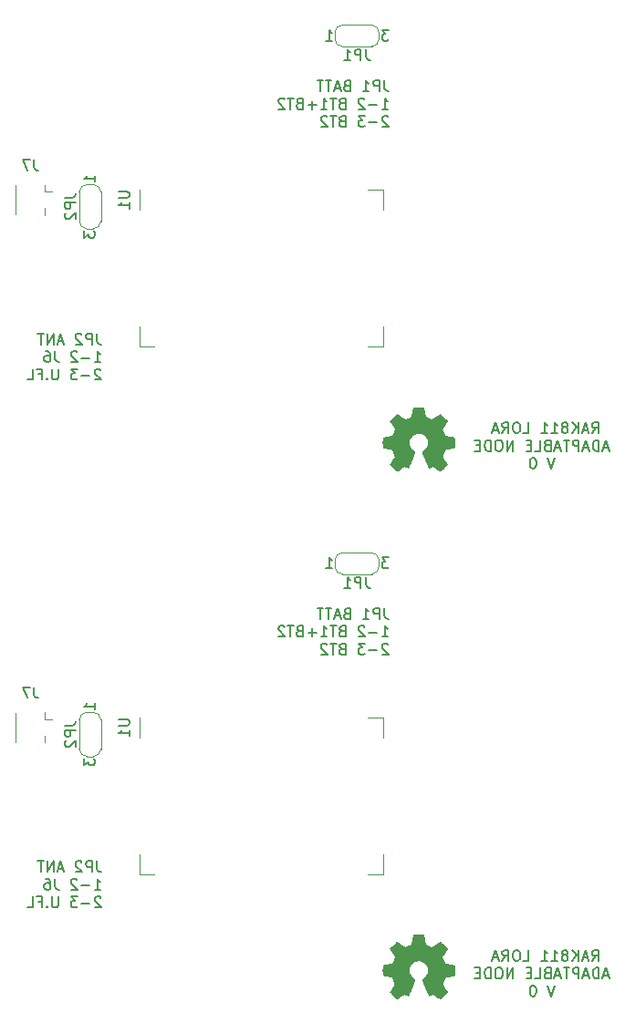
<source format=gbr>
G04 #@! TF.GenerationSoftware,KiCad,Pcbnew,5.1.5-52549c5~86~ubuntu18.04.1*
G04 #@! TF.CreationDate,2020-07-01T00:42:29-05:00*
G04 #@! TF.ProjectId,RAK811_LORA_ADAPTABLE_NODE_PANEL,52414b38-3131-45f4-9c4f-52415f414441,rev?*
G04 #@! TF.SameCoordinates,Original*
G04 #@! TF.FileFunction,Legend,Bot*
G04 #@! TF.FilePolarity,Positive*
%FSLAX46Y46*%
G04 Gerber Fmt 4.6, Leading zero omitted, Abs format (unit mm)*
G04 Created by KiCad (PCBNEW 5.1.5-52549c5~86~ubuntu18.04.1) date 2020-07-01 00:42:29*
%MOMM*%
%LPD*%
G04 APERTURE LIST*
%ADD10C,0.150000*%
%ADD11C,0.120000*%
%ADD12C,0.010000*%
%ADD13C,3.102000*%
%ADD14R,2.502000X2.502000*%
%ADD15C,2.502000*%
%ADD16R,2.302000X1.152000*%
%ADD17R,1.152000X1.102000*%
%ADD18C,1.802000*%
%ADD19O,1.802000X1.802000*%
%ADD20C,0.100000*%
%ADD21R,1.602000X1.102000*%
%ADD22C,2.742000*%
%ADD23C,2.102000*%
%ADD24R,2.102000X1.302000*%
%ADD25R,1.302000X2.102000*%
%ADD26R,1.102000X1.602000*%
G04 APERTURE END LIST*
D10*
X139713690Y-106492380D02*
X139713690Y-107206666D01*
X139761309Y-107349523D01*
X139856547Y-107444761D01*
X139999404Y-107492380D01*
X140094642Y-107492380D01*
X139237500Y-107492380D02*
X139237500Y-106492380D01*
X138856547Y-106492380D01*
X138761309Y-106540000D01*
X138713690Y-106587619D01*
X138666071Y-106682857D01*
X138666071Y-106825714D01*
X138713690Y-106920952D01*
X138761309Y-106968571D01*
X138856547Y-107016190D01*
X139237500Y-107016190D01*
X137713690Y-107492380D02*
X138285119Y-107492380D01*
X137999404Y-107492380D02*
X137999404Y-106492380D01*
X138094642Y-106635238D01*
X138189880Y-106730476D01*
X138285119Y-106778095D01*
X136189880Y-106968571D02*
X136047023Y-107016190D01*
X135999404Y-107063809D01*
X135951785Y-107159047D01*
X135951785Y-107301904D01*
X135999404Y-107397142D01*
X136047023Y-107444761D01*
X136142261Y-107492380D01*
X136523214Y-107492380D01*
X136523214Y-106492380D01*
X136189880Y-106492380D01*
X136094642Y-106540000D01*
X136047023Y-106587619D01*
X135999404Y-106682857D01*
X135999404Y-106778095D01*
X136047023Y-106873333D01*
X136094642Y-106920952D01*
X136189880Y-106968571D01*
X136523214Y-106968571D01*
X135570833Y-107206666D02*
X135094642Y-107206666D01*
X135666071Y-107492380D02*
X135332738Y-106492380D01*
X134999404Y-107492380D01*
X134808928Y-106492380D02*
X134237500Y-106492380D01*
X134523214Y-107492380D02*
X134523214Y-106492380D01*
X134047023Y-106492380D02*
X133475595Y-106492380D01*
X133761309Y-107492380D02*
X133761309Y-106492380D01*
X139475595Y-109142380D02*
X140047023Y-109142380D01*
X139761309Y-109142380D02*
X139761309Y-108142380D01*
X139856547Y-108285238D01*
X139951785Y-108380476D01*
X140047023Y-108428095D01*
X139047023Y-108761428D02*
X138285119Y-108761428D01*
X137856547Y-108237619D02*
X137808928Y-108190000D01*
X137713690Y-108142380D01*
X137475595Y-108142380D01*
X137380357Y-108190000D01*
X137332738Y-108237619D01*
X137285119Y-108332857D01*
X137285119Y-108428095D01*
X137332738Y-108570952D01*
X137904166Y-109142380D01*
X137285119Y-109142380D01*
X135761309Y-108618571D02*
X135618452Y-108666190D01*
X135570833Y-108713809D01*
X135523214Y-108809047D01*
X135523214Y-108951904D01*
X135570833Y-109047142D01*
X135618452Y-109094761D01*
X135713690Y-109142380D01*
X136094642Y-109142380D01*
X136094642Y-108142380D01*
X135761309Y-108142380D01*
X135666071Y-108190000D01*
X135618452Y-108237619D01*
X135570833Y-108332857D01*
X135570833Y-108428095D01*
X135618452Y-108523333D01*
X135666071Y-108570952D01*
X135761309Y-108618571D01*
X136094642Y-108618571D01*
X135237500Y-108142380D02*
X134666071Y-108142380D01*
X134951785Y-109142380D02*
X134951785Y-108142380D01*
X133808928Y-109142380D02*
X134380357Y-109142380D01*
X134094642Y-109142380D02*
X134094642Y-108142380D01*
X134189880Y-108285238D01*
X134285119Y-108380476D01*
X134380357Y-108428095D01*
X133380357Y-108761428D02*
X132618452Y-108761428D01*
X132999404Y-109142380D02*
X132999404Y-108380476D01*
X131808928Y-108618571D02*
X131666071Y-108666190D01*
X131618452Y-108713809D01*
X131570833Y-108809047D01*
X131570833Y-108951904D01*
X131618452Y-109047142D01*
X131666071Y-109094761D01*
X131761309Y-109142380D01*
X132142261Y-109142380D01*
X132142261Y-108142380D01*
X131808928Y-108142380D01*
X131713690Y-108190000D01*
X131666071Y-108237619D01*
X131618452Y-108332857D01*
X131618452Y-108428095D01*
X131666071Y-108523333D01*
X131713690Y-108570952D01*
X131808928Y-108618571D01*
X132142261Y-108618571D01*
X131285119Y-108142380D02*
X130713690Y-108142380D01*
X130999404Y-109142380D02*
X130999404Y-108142380D01*
X130427976Y-108237619D02*
X130380357Y-108190000D01*
X130285119Y-108142380D01*
X130047023Y-108142380D01*
X129951785Y-108190000D01*
X129904166Y-108237619D01*
X129856547Y-108332857D01*
X129856547Y-108428095D01*
X129904166Y-108570952D01*
X130475595Y-109142380D01*
X129856547Y-109142380D01*
X140047023Y-109887619D02*
X139999404Y-109840000D01*
X139904166Y-109792380D01*
X139666071Y-109792380D01*
X139570833Y-109840000D01*
X139523214Y-109887619D01*
X139475595Y-109982857D01*
X139475595Y-110078095D01*
X139523214Y-110220952D01*
X140094642Y-110792380D01*
X139475595Y-110792380D01*
X139047023Y-110411428D02*
X138285119Y-110411428D01*
X137904166Y-109792380D02*
X137285119Y-109792380D01*
X137618452Y-110173333D01*
X137475595Y-110173333D01*
X137380357Y-110220952D01*
X137332738Y-110268571D01*
X137285119Y-110363809D01*
X137285119Y-110601904D01*
X137332738Y-110697142D01*
X137380357Y-110744761D01*
X137475595Y-110792380D01*
X137761309Y-110792380D01*
X137856547Y-110744761D01*
X137904166Y-110697142D01*
X135761309Y-110268571D02*
X135618452Y-110316190D01*
X135570833Y-110363809D01*
X135523214Y-110459047D01*
X135523214Y-110601904D01*
X135570833Y-110697142D01*
X135618452Y-110744761D01*
X135713690Y-110792380D01*
X136094642Y-110792380D01*
X136094642Y-109792380D01*
X135761309Y-109792380D01*
X135666071Y-109840000D01*
X135618452Y-109887619D01*
X135570833Y-109982857D01*
X135570833Y-110078095D01*
X135618452Y-110173333D01*
X135666071Y-110220952D01*
X135761309Y-110268571D01*
X136094642Y-110268571D01*
X135237500Y-109792380D02*
X134666071Y-109792380D01*
X134951785Y-110792380D02*
X134951785Y-109792380D01*
X134380357Y-109887619D02*
X134332738Y-109840000D01*
X134237500Y-109792380D01*
X133999404Y-109792380D01*
X133904166Y-109840000D01*
X133856547Y-109887619D01*
X133808928Y-109982857D01*
X133808928Y-110078095D01*
X133856547Y-110220952D01*
X134427976Y-110792380D01*
X133808928Y-110792380D01*
X158971666Y-139242380D02*
X159305000Y-138766190D01*
X159543095Y-139242380D02*
X159543095Y-138242380D01*
X159162142Y-138242380D01*
X159066904Y-138290000D01*
X159019285Y-138337619D01*
X158971666Y-138432857D01*
X158971666Y-138575714D01*
X159019285Y-138670952D01*
X159066904Y-138718571D01*
X159162142Y-138766190D01*
X159543095Y-138766190D01*
X158590714Y-138956666D02*
X158114523Y-138956666D01*
X158685952Y-139242380D02*
X158352619Y-138242380D01*
X158019285Y-139242380D01*
X157685952Y-139242380D02*
X157685952Y-138242380D01*
X157114523Y-139242380D02*
X157543095Y-138670952D01*
X157114523Y-138242380D02*
X157685952Y-138813809D01*
X156543095Y-138670952D02*
X156638333Y-138623333D01*
X156685952Y-138575714D01*
X156733571Y-138480476D01*
X156733571Y-138432857D01*
X156685952Y-138337619D01*
X156638333Y-138290000D01*
X156543095Y-138242380D01*
X156352619Y-138242380D01*
X156257380Y-138290000D01*
X156209761Y-138337619D01*
X156162142Y-138432857D01*
X156162142Y-138480476D01*
X156209761Y-138575714D01*
X156257380Y-138623333D01*
X156352619Y-138670952D01*
X156543095Y-138670952D01*
X156638333Y-138718571D01*
X156685952Y-138766190D01*
X156733571Y-138861428D01*
X156733571Y-139051904D01*
X156685952Y-139147142D01*
X156638333Y-139194761D01*
X156543095Y-139242380D01*
X156352619Y-139242380D01*
X156257380Y-139194761D01*
X156209761Y-139147142D01*
X156162142Y-139051904D01*
X156162142Y-138861428D01*
X156209761Y-138766190D01*
X156257380Y-138718571D01*
X156352619Y-138670952D01*
X155209761Y-139242380D02*
X155781190Y-139242380D01*
X155495476Y-139242380D02*
X155495476Y-138242380D01*
X155590714Y-138385238D01*
X155685952Y-138480476D01*
X155781190Y-138528095D01*
X154257380Y-139242380D02*
X154828809Y-139242380D01*
X154543095Y-139242380D02*
X154543095Y-138242380D01*
X154638333Y-138385238D01*
X154733571Y-138480476D01*
X154828809Y-138528095D01*
X152590714Y-139242380D02*
X153066904Y-139242380D01*
X153066904Y-138242380D01*
X152066904Y-138242380D02*
X151876428Y-138242380D01*
X151781190Y-138290000D01*
X151685952Y-138385238D01*
X151638333Y-138575714D01*
X151638333Y-138909047D01*
X151685952Y-139099523D01*
X151781190Y-139194761D01*
X151876428Y-139242380D01*
X152066904Y-139242380D01*
X152162142Y-139194761D01*
X152257380Y-139099523D01*
X152305000Y-138909047D01*
X152305000Y-138575714D01*
X152257380Y-138385238D01*
X152162142Y-138290000D01*
X152066904Y-138242380D01*
X150638333Y-139242380D02*
X150971666Y-138766190D01*
X151209761Y-139242380D02*
X151209761Y-138242380D01*
X150828809Y-138242380D01*
X150733571Y-138290000D01*
X150685952Y-138337619D01*
X150638333Y-138432857D01*
X150638333Y-138575714D01*
X150685952Y-138670952D01*
X150733571Y-138718571D01*
X150828809Y-138766190D01*
X151209761Y-138766190D01*
X150257380Y-138956666D02*
X149781190Y-138956666D01*
X150352619Y-139242380D02*
X150019285Y-138242380D01*
X149685952Y-139242380D01*
X160519285Y-140606666D02*
X160043095Y-140606666D01*
X160614523Y-140892380D02*
X160281190Y-139892380D01*
X159947857Y-140892380D01*
X159614523Y-140892380D02*
X159614523Y-139892380D01*
X159376428Y-139892380D01*
X159233571Y-139940000D01*
X159138333Y-140035238D01*
X159090714Y-140130476D01*
X159043095Y-140320952D01*
X159043095Y-140463809D01*
X159090714Y-140654285D01*
X159138333Y-140749523D01*
X159233571Y-140844761D01*
X159376428Y-140892380D01*
X159614523Y-140892380D01*
X158662142Y-140606666D02*
X158185952Y-140606666D01*
X158757380Y-140892380D02*
X158424047Y-139892380D01*
X158090714Y-140892380D01*
X157757380Y-140892380D02*
X157757380Y-139892380D01*
X157376428Y-139892380D01*
X157281190Y-139940000D01*
X157233571Y-139987619D01*
X157185952Y-140082857D01*
X157185952Y-140225714D01*
X157233571Y-140320952D01*
X157281190Y-140368571D01*
X157376428Y-140416190D01*
X157757380Y-140416190D01*
X156900238Y-139892380D02*
X156328809Y-139892380D01*
X156614523Y-140892380D02*
X156614523Y-139892380D01*
X156043095Y-140606666D02*
X155566904Y-140606666D01*
X156138333Y-140892380D02*
X155805000Y-139892380D01*
X155471666Y-140892380D01*
X154805000Y-140368571D02*
X154662142Y-140416190D01*
X154614523Y-140463809D01*
X154566904Y-140559047D01*
X154566904Y-140701904D01*
X154614523Y-140797142D01*
X154662142Y-140844761D01*
X154757380Y-140892380D01*
X155138333Y-140892380D01*
X155138333Y-139892380D01*
X154805000Y-139892380D01*
X154709761Y-139940000D01*
X154662142Y-139987619D01*
X154614523Y-140082857D01*
X154614523Y-140178095D01*
X154662142Y-140273333D01*
X154709761Y-140320952D01*
X154805000Y-140368571D01*
X155138333Y-140368571D01*
X153662142Y-140892380D02*
X154138333Y-140892380D01*
X154138333Y-139892380D01*
X153328809Y-140368571D02*
X152995476Y-140368571D01*
X152852619Y-140892380D02*
X153328809Y-140892380D01*
X153328809Y-139892380D01*
X152852619Y-139892380D01*
X151662142Y-140892380D02*
X151662142Y-139892380D01*
X151090714Y-140892380D01*
X151090714Y-139892380D01*
X150424047Y-139892380D02*
X150233571Y-139892380D01*
X150138333Y-139940000D01*
X150043095Y-140035238D01*
X149995476Y-140225714D01*
X149995476Y-140559047D01*
X150043095Y-140749523D01*
X150138333Y-140844761D01*
X150233571Y-140892380D01*
X150424047Y-140892380D01*
X150519285Y-140844761D01*
X150614523Y-140749523D01*
X150662142Y-140559047D01*
X150662142Y-140225714D01*
X150614523Y-140035238D01*
X150519285Y-139940000D01*
X150424047Y-139892380D01*
X149566904Y-140892380D02*
X149566904Y-139892380D01*
X149328809Y-139892380D01*
X149185952Y-139940000D01*
X149090714Y-140035238D01*
X149043095Y-140130476D01*
X148995476Y-140320952D01*
X148995476Y-140463809D01*
X149043095Y-140654285D01*
X149090714Y-140749523D01*
X149185952Y-140844761D01*
X149328809Y-140892380D01*
X149566904Y-140892380D01*
X148566904Y-140368571D02*
X148233571Y-140368571D01*
X148090714Y-140892380D02*
X148566904Y-140892380D01*
X148566904Y-139892380D01*
X148090714Y-139892380D01*
X155495476Y-141542380D02*
X155162142Y-142542380D01*
X154828809Y-141542380D01*
X153543095Y-141542380D02*
X153447857Y-141542380D01*
X153352619Y-141590000D01*
X153305000Y-141637619D01*
X153257380Y-141732857D01*
X153209761Y-141923333D01*
X153209761Y-142161428D01*
X153257380Y-142351904D01*
X153305000Y-142447142D01*
X153352619Y-142494761D01*
X153447857Y-142542380D01*
X153543095Y-142542380D01*
X153638333Y-142494761D01*
X153685952Y-142447142D01*
X153733571Y-142351904D01*
X153781190Y-142161428D01*
X153781190Y-141923333D01*
X153733571Y-141732857D01*
X153685952Y-141637619D01*
X153638333Y-141590000D01*
X153543095Y-141542380D01*
X113043690Y-129987380D02*
X113043690Y-130701666D01*
X113091309Y-130844523D01*
X113186547Y-130939761D01*
X113329404Y-130987380D01*
X113424642Y-130987380D01*
X112567500Y-130987380D02*
X112567500Y-129987380D01*
X112186547Y-129987380D01*
X112091309Y-130035000D01*
X112043690Y-130082619D01*
X111996071Y-130177857D01*
X111996071Y-130320714D01*
X112043690Y-130415952D01*
X112091309Y-130463571D01*
X112186547Y-130511190D01*
X112567500Y-130511190D01*
X111615119Y-130082619D02*
X111567500Y-130035000D01*
X111472261Y-129987380D01*
X111234166Y-129987380D01*
X111138928Y-130035000D01*
X111091309Y-130082619D01*
X111043690Y-130177857D01*
X111043690Y-130273095D01*
X111091309Y-130415952D01*
X111662738Y-130987380D01*
X111043690Y-130987380D01*
X109900833Y-130701666D02*
X109424642Y-130701666D01*
X109996071Y-130987380D02*
X109662738Y-129987380D01*
X109329404Y-130987380D01*
X108996071Y-130987380D02*
X108996071Y-129987380D01*
X108424642Y-130987380D01*
X108424642Y-129987380D01*
X108091309Y-129987380D02*
X107519880Y-129987380D01*
X107805595Y-130987380D02*
X107805595Y-129987380D01*
X112805595Y-132637380D02*
X113377023Y-132637380D01*
X113091309Y-132637380D02*
X113091309Y-131637380D01*
X113186547Y-131780238D01*
X113281785Y-131875476D01*
X113377023Y-131923095D01*
X112377023Y-132256428D02*
X111615119Y-132256428D01*
X111186547Y-131732619D02*
X111138928Y-131685000D01*
X111043690Y-131637380D01*
X110805595Y-131637380D01*
X110710357Y-131685000D01*
X110662738Y-131732619D01*
X110615119Y-131827857D01*
X110615119Y-131923095D01*
X110662738Y-132065952D01*
X111234166Y-132637380D01*
X110615119Y-132637380D01*
X109138928Y-131637380D02*
X109138928Y-132351666D01*
X109186547Y-132494523D01*
X109281785Y-132589761D01*
X109424642Y-132637380D01*
X109519880Y-132637380D01*
X108234166Y-131637380D02*
X108424642Y-131637380D01*
X108519880Y-131685000D01*
X108567500Y-131732619D01*
X108662738Y-131875476D01*
X108710357Y-132065952D01*
X108710357Y-132446904D01*
X108662738Y-132542142D01*
X108615119Y-132589761D01*
X108519880Y-132637380D01*
X108329404Y-132637380D01*
X108234166Y-132589761D01*
X108186547Y-132542142D01*
X108138928Y-132446904D01*
X108138928Y-132208809D01*
X108186547Y-132113571D01*
X108234166Y-132065952D01*
X108329404Y-132018333D01*
X108519880Y-132018333D01*
X108615119Y-132065952D01*
X108662738Y-132113571D01*
X108710357Y-132208809D01*
X113377023Y-133382619D02*
X113329404Y-133335000D01*
X113234166Y-133287380D01*
X112996071Y-133287380D01*
X112900833Y-133335000D01*
X112853214Y-133382619D01*
X112805595Y-133477857D01*
X112805595Y-133573095D01*
X112853214Y-133715952D01*
X113424642Y-134287380D01*
X112805595Y-134287380D01*
X112377023Y-133906428D02*
X111615119Y-133906428D01*
X111234166Y-133287380D02*
X110615119Y-133287380D01*
X110948452Y-133668333D01*
X110805595Y-133668333D01*
X110710357Y-133715952D01*
X110662738Y-133763571D01*
X110615119Y-133858809D01*
X110615119Y-134096904D01*
X110662738Y-134192142D01*
X110710357Y-134239761D01*
X110805595Y-134287380D01*
X111091309Y-134287380D01*
X111186547Y-134239761D01*
X111234166Y-134192142D01*
X109424642Y-133287380D02*
X109424642Y-134096904D01*
X109377023Y-134192142D01*
X109329404Y-134239761D01*
X109234166Y-134287380D01*
X109043690Y-134287380D01*
X108948452Y-134239761D01*
X108900833Y-134192142D01*
X108853214Y-134096904D01*
X108853214Y-133287380D01*
X108377023Y-134192142D02*
X108329404Y-134239761D01*
X108377023Y-134287380D01*
X108424642Y-134239761D01*
X108377023Y-134192142D01*
X108377023Y-134287380D01*
X107567500Y-133763571D02*
X107900833Y-133763571D01*
X107900833Y-134287380D02*
X107900833Y-133287380D01*
X107424642Y-133287380D01*
X106567500Y-134287380D02*
X107043690Y-134287380D01*
X107043690Y-133287380D01*
X158971666Y-90242380D02*
X159305000Y-89766190D01*
X159543095Y-90242380D02*
X159543095Y-89242380D01*
X159162142Y-89242380D01*
X159066904Y-89290000D01*
X159019285Y-89337619D01*
X158971666Y-89432857D01*
X158971666Y-89575714D01*
X159019285Y-89670952D01*
X159066904Y-89718571D01*
X159162142Y-89766190D01*
X159543095Y-89766190D01*
X158590714Y-89956666D02*
X158114523Y-89956666D01*
X158685952Y-90242380D02*
X158352619Y-89242380D01*
X158019285Y-90242380D01*
X157685952Y-90242380D02*
X157685952Y-89242380D01*
X157114523Y-90242380D02*
X157543095Y-89670952D01*
X157114523Y-89242380D02*
X157685952Y-89813809D01*
X156543095Y-89670952D02*
X156638333Y-89623333D01*
X156685952Y-89575714D01*
X156733571Y-89480476D01*
X156733571Y-89432857D01*
X156685952Y-89337619D01*
X156638333Y-89290000D01*
X156543095Y-89242380D01*
X156352619Y-89242380D01*
X156257380Y-89290000D01*
X156209761Y-89337619D01*
X156162142Y-89432857D01*
X156162142Y-89480476D01*
X156209761Y-89575714D01*
X156257380Y-89623333D01*
X156352619Y-89670952D01*
X156543095Y-89670952D01*
X156638333Y-89718571D01*
X156685952Y-89766190D01*
X156733571Y-89861428D01*
X156733571Y-90051904D01*
X156685952Y-90147142D01*
X156638333Y-90194761D01*
X156543095Y-90242380D01*
X156352619Y-90242380D01*
X156257380Y-90194761D01*
X156209761Y-90147142D01*
X156162142Y-90051904D01*
X156162142Y-89861428D01*
X156209761Y-89766190D01*
X156257380Y-89718571D01*
X156352619Y-89670952D01*
X155209761Y-90242380D02*
X155781190Y-90242380D01*
X155495476Y-90242380D02*
X155495476Y-89242380D01*
X155590714Y-89385238D01*
X155685952Y-89480476D01*
X155781190Y-89528095D01*
X154257380Y-90242380D02*
X154828809Y-90242380D01*
X154543095Y-90242380D02*
X154543095Y-89242380D01*
X154638333Y-89385238D01*
X154733571Y-89480476D01*
X154828809Y-89528095D01*
X152590714Y-90242380D02*
X153066904Y-90242380D01*
X153066904Y-89242380D01*
X152066904Y-89242380D02*
X151876428Y-89242380D01*
X151781190Y-89290000D01*
X151685952Y-89385238D01*
X151638333Y-89575714D01*
X151638333Y-89909047D01*
X151685952Y-90099523D01*
X151781190Y-90194761D01*
X151876428Y-90242380D01*
X152066904Y-90242380D01*
X152162142Y-90194761D01*
X152257380Y-90099523D01*
X152305000Y-89909047D01*
X152305000Y-89575714D01*
X152257380Y-89385238D01*
X152162142Y-89290000D01*
X152066904Y-89242380D01*
X150638333Y-90242380D02*
X150971666Y-89766190D01*
X151209761Y-90242380D02*
X151209761Y-89242380D01*
X150828809Y-89242380D01*
X150733571Y-89290000D01*
X150685952Y-89337619D01*
X150638333Y-89432857D01*
X150638333Y-89575714D01*
X150685952Y-89670952D01*
X150733571Y-89718571D01*
X150828809Y-89766190D01*
X151209761Y-89766190D01*
X150257380Y-89956666D02*
X149781190Y-89956666D01*
X150352619Y-90242380D02*
X150019285Y-89242380D01*
X149685952Y-90242380D01*
X160519285Y-91606666D02*
X160043095Y-91606666D01*
X160614523Y-91892380D02*
X160281190Y-90892380D01*
X159947857Y-91892380D01*
X159614523Y-91892380D02*
X159614523Y-90892380D01*
X159376428Y-90892380D01*
X159233571Y-90940000D01*
X159138333Y-91035238D01*
X159090714Y-91130476D01*
X159043095Y-91320952D01*
X159043095Y-91463809D01*
X159090714Y-91654285D01*
X159138333Y-91749523D01*
X159233571Y-91844761D01*
X159376428Y-91892380D01*
X159614523Y-91892380D01*
X158662142Y-91606666D02*
X158185952Y-91606666D01*
X158757380Y-91892380D02*
X158424047Y-90892380D01*
X158090714Y-91892380D01*
X157757380Y-91892380D02*
X157757380Y-90892380D01*
X157376428Y-90892380D01*
X157281190Y-90940000D01*
X157233571Y-90987619D01*
X157185952Y-91082857D01*
X157185952Y-91225714D01*
X157233571Y-91320952D01*
X157281190Y-91368571D01*
X157376428Y-91416190D01*
X157757380Y-91416190D01*
X156900238Y-90892380D02*
X156328809Y-90892380D01*
X156614523Y-91892380D02*
X156614523Y-90892380D01*
X156043095Y-91606666D02*
X155566904Y-91606666D01*
X156138333Y-91892380D02*
X155805000Y-90892380D01*
X155471666Y-91892380D01*
X154805000Y-91368571D02*
X154662142Y-91416190D01*
X154614523Y-91463809D01*
X154566904Y-91559047D01*
X154566904Y-91701904D01*
X154614523Y-91797142D01*
X154662142Y-91844761D01*
X154757380Y-91892380D01*
X155138333Y-91892380D01*
X155138333Y-90892380D01*
X154805000Y-90892380D01*
X154709761Y-90940000D01*
X154662142Y-90987619D01*
X154614523Y-91082857D01*
X154614523Y-91178095D01*
X154662142Y-91273333D01*
X154709761Y-91320952D01*
X154805000Y-91368571D01*
X155138333Y-91368571D01*
X153662142Y-91892380D02*
X154138333Y-91892380D01*
X154138333Y-90892380D01*
X153328809Y-91368571D02*
X152995476Y-91368571D01*
X152852619Y-91892380D02*
X153328809Y-91892380D01*
X153328809Y-90892380D01*
X152852619Y-90892380D01*
X151662142Y-91892380D02*
X151662142Y-90892380D01*
X151090714Y-91892380D01*
X151090714Y-90892380D01*
X150424047Y-90892380D02*
X150233571Y-90892380D01*
X150138333Y-90940000D01*
X150043095Y-91035238D01*
X149995476Y-91225714D01*
X149995476Y-91559047D01*
X150043095Y-91749523D01*
X150138333Y-91844761D01*
X150233571Y-91892380D01*
X150424047Y-91892380D01*
X150519285Y-91844761D01*
X150614523Y-91749523D01*
X150662142Y-91559047D01*
X150662142Y-91225714D01*
X150614523Y-91035238D01*
X150519285Y-90940000D01*
X150424047Y-90892380D01*
X149566904Y-91892380D02*
X149566904Y-90892380D01*
X149328809Y-90892380D01*
X149185952Y-90940000D01*
X149090714Y-91035238D01*
X149043095Y-91130476D01*
X148995476Y-91320952D01*
X148995476Y-91463809D01*
X149043095Y-91654285D01*
X149090714Y-91749523D01*
X149185952Y-91844761D01*
X149328809Y-91892380D01*
X149566904Y-91892380D01*
X148566904Y-91368571D02*
X148233571Y-91368571D01*
X148090714Y-91892380D02*
X148566904Y-91892380D01*
X148566904Y-90892380D01*
X148090714Y-90892380D01*
X155495476Y-92542380D02*
X155162142Y-93542380D01*
X154828809Y-92542380D01*
X153543095Y-92542380D02*
X153447857Y-92542380D01*
X153352619Y-92590000D01*
X153305000Y-92637619D01*
X153257380Y-92732857D01*
X153209761Y-92923333D01*
X153209761Y-93161428D01*
X153257380Y-93351904D01*
X153305000Y-93447142D01*
X153352619Y-93494761D01*
X153447857Y-93542380D01*
X153543095Y-93542380D01*
X153638333Y-93494761D01*
X153685952Y-93447142D01*
X153733571Y-93351904D01*
X153781190Y-93161428D01*
X153781190Y-92923333D01*
X153733571Y-92732857D01*
X153685952Y-92637619D01*
X153638333Y-92590000D01*
X153543095Y-92542380D01*
X139713690Y-57492380D02*
X139713690Y-58206666D01*
X139761309Y-58349523D01*
X139856547Y-58444761D01*
X139999404Y-58492380D01*
X140094642Y-58492380D01*
X139237500Y-58492380D02*
X139237500Y-57492380D01*
X138856547Y-57492380D01*
X138761309Y-57540000D01*
X138713690Y-57587619D01*
X138666071Y-57682857D01*
X138666071Y-57825714D01*
X138713690Y-57920952D01*
X138761309Y-57968571D01*
X138856547Y-58016190D01*
X139237500Y-58016190D01*
X137713690Y-58492380D02*
X138285119Y-58492380D01*
X137999404Y-58492380D02*
X137999404Y-57492380D01*
X138094642Y-57635238D01*
X138189880Y-57730476D01*
X138285119Y-57778095D01*
X136189880Y-57968571D02*
X136047023Y-58016190D01*
X135999404Y-58063809D01*
X135951785Y-58159047D01*
X135951785Y-58301904D01*
X135999404Y-58397142D01*
X136047023Y-58444761D01*
X136142261Y-58492380D01*
X136523214Y-58492380D01*
X136523214Y-57492380D01*
X136189880Y-57492380D01*
X136094642Y-57540000D01*
X136047023Y-57587619D01*
X135999404Y-57682857D01*
X135999404Y-57778095D01*
X136047023Y-57873333D01*
X136094642Y-57920952D01*
X136189880Y-57968571D01*
X136523214Y-57968571D01*
X135570833Y-58206666D02*
X135094642Y-58206666D01*
X135666071Y-58492380D02*
X135332738Y-57492380D01*
X134999404Y-58492380D01*
X134808928Y-57492380D02*
X134237500Y-57492380D01*
X134523214Y-58492380D02*
X134523214Y-57492380D01*
X134047023Y-57492380D02*
X133475595Y-57492380D01*
X133761309Y-58492380D02*
X133761309Y-57492380D01*
X139475595Y-60142380D02*
X140047023Y-60142380D01*
X139761309Y-60142380D02*
X139761309Y-59142380D01*
X139856547Y-59285238D01*
X139951785Y-59380476D01*
X140047023Y-59428095D01*
X139047023Y-59761428D02*
X138285119Y-59761428D01*
X137856547Y-59237619D02*
X137808928Y-59190000D01*
X137713690Y-59142380D01*
X137475595Y-59142380D01*
X137380357Y-59190000D01*
X137332738Y-59237619D01*
X137285119Y-59332857D01*
X137285119Y-59428095D01*
X137332738Y-59570952D01*
X137904166Y-60142380D01*
X137285119Y-60142380D01*
X135761309Y-59618571D02*
X135618452Y-59666190D01*
X135570833Y-59713809D01*
X135523214Y-59809047D01*
X135523214Y-59951904D01*
X135570833Y-60047142D01*
X135618452Y-60094761D01*
X135713690Y-60142380D01*
X136094642Y-60142380D01*
X136094642Y-59142380D01*
X135761309Y-59142380D01*
X135666071Y-59190000D01*
X135618452Y-59237619D01*
X135570833Y-59332857D01*
X135570833Y-59428095D01*
X135618452Y-59523333D01*
X135666071Y-59570952D01*
X135761309Y-59618571D01*
X136094642Y-59618571D01*
X135237500Y-59142380D02*
X134666071Y-59142380D01*
X134951785Y-60142380D02*
X134951785Y-59142380D01*
X133808928Y-60142380D02*
X134380357Y-60142380D01*
X134094642Y-60142380D02*
X134094642Y-59142380D01*
X134189880Y-59285238D01*
X134285119Y-59380476D01*
X134380357Y-59428095D01*
X133380357Y-59761428D02*
X132618452Y-59761428D01*
X132999404Y-60142380D02*
X132999404Y-59380476D01*
X131808928Y-59618571D02*
X131666071Y-59666190D01*
X131618452Y-59713809D01*
X131570833Y-59809047D01*
X131570833Y-59951904D01*
X131618452Y-60047142D01*
X131666071Y-60094761D01*
X131761309Y-60142380D01*
X132142261Y-60142380D01*
X132142261Y-59142380D01*
X131808928Y-59142380D01*
X131713690Y-59190000D01*
X131666071Y-59237619D01*
X131618452Y-59332857D01*
X131618452Y-59428095D01*
X131666071Y-59523333D01*
X131713690Y-59570952D01*
X131808928Y-59618571D01*
X132142261Y-59618571D01*
X131285119Y-59142380D02*
X130713690Y-59142380D01*
X130999404Y-60142380D02*
X130999404Y-59142380D01*
X130427976Y-59237619D02*
X130380357Y-59190000D01*
X130285119Y-59142380D01*
X130047023Y-59142380D01*
X129951785Y-59190000D01*
X129904166Y-59237619D01*
X129856547Y-59332857D01*
X129856547Y-59428095D01*
X129904166Y-59570952D01*
X130475595Y-60142380D01*
X129856547Y-60142380D01*
X140047023Y-60887619D02*
X139999404Y-60840000D01*
X139904166Y-60792380D01*
X139666071Y-60792380D01*
X139570833Y-60840000D01*
X139523214Y-60887619D01*
X139475595Y-60982857D01*
X139475595Y-61078095D01*
X139523214Y-61220952D01*
X140094642Y-61792380D01*
X139475595Y-61792380D01*
X139047023Y-61411428D02*
X138285119Y-61411428D01*
X137904166Y-60792380D02*
X137285119Y-60792380D01*
X137618452Y-61173333D01*
X137475595Y-61173333D01*
X137380357Y-61220952D01*
X137332738Y-61268571D01*
X137285119Y-61363809D01*
X137285119Y-61601904D01*
X137332738Y-61697142D01*
X137380357Y-61744761D01*
X137475595Y-61792380D01*
X137761309Y-61792380D01*
X137856547Y-61744761D01*
X137904166Y-61697142D01*
X135761309Y-61268571D02*
X135618452Y-61316190D01*
X135570833Y-61363809D01*
X135523214Y-61459047D01*
X135523214Y-61601904D01*
X135570833Y-61697142D01*
X135618452Y-61744761D01*
X135713690Y-61792380D01*
X136094642Y-61792380D01*
X136094642Y-60792380D01*
X135761309Y-60792380D01*
X135666071Y-60840000D01*
X135618452Y-60887619D01*
X135570833Y-60982857D01*
X135570833Y-61078095D01*
X135618452Y-61173333D01*
X135666071Y-61220952D01*
X135761309Y-61268571D01*
X136094642Y-61268571D01*
X135237500Y-60792380D02*
X134666071Y-60792380D01*
X134951785Y-61792380D02*
X134951785Y-60792380D01*
X134380357Y-60887619D02*
X134332738Y-60840000D01*
X134237500Y-60792380D01*
X133999404Y-60792380D01*
X133904166Y-60840000D01*
X133856547Y-60887619D01*
X133808928Y-60982857D01*
X133808928Y-61078095D01*
X133856547Y-61220952D01*
X134427976Y-61792380D01*
X133808928Y-61792380D01*
X113043690Y-80987380D02*
X113043690Y-81701666D01*
X113091309Y-81844523D01*
X113186547Y-81939761D01*
X113329404Y-81987380D01*
X113424642Y-81987380D01*
X112567500Y-81987380D02*
X112567500Y-80987380D01*
X112186547Y-80987380D01*
X112091309Y-81035000D01*
X112043690Y-81082619D01*
X111996071Y-81177857D01*
X111996071Y-81320714D01*
X112043690Y-81415952D01*
X112091309Y-81463571D01*
X112186547Y-81511190D01*
X112567500Y-81511190D01*
X111615119Y-81082619D02*
X111567500Y-81035000D01*
X111472261Y-80987380D01*
X111234166Y-80987380D01*
X111138928Y-81035000D01*
X111091309Y-81082619D01*
X111043690Y-81177857D01*
X111043690Y-81273095D01*
X111091309Y-81415952D01*
X111662738Y-81987380D01*
X111043690Y-81987380D01*
X109900833Y-81701666D02*
X109424642Y-81701666D01*
X109996071Y-81987380D02*
X109662738Y-80987380D01*
X109329404Y-81987380D01*
X108996071Y-81987380D02*
X108996071Y-80987380D01*
X108424642Y-81987380D01*
X108424642Y-80987380D01*
X108091309Y-80987380D02*
X107519880Y-80987380D01*
X107805595Y-81987380D02*
X107805595Y-80987380D01*
X112805595Y-83637380D02*
X113377023Y-83637380D01*
X113091309Y-83637380D02*
X113091309Y-82637380D01*
X113186547Y-82780238D01*
X113281785Y-82875476D01*
X113377023Y-82923095D01*
X112377023Y-83256428D02*
X111615119Y-83256428D01*
X111186547Y-82732619D02*
X111138928Y-82685000D01*
X111043690Y-82637380D01*
X110805595Y-82637380D01*
X110710357Y-82685000D01*
X110662738Y-82732619D01*
X110615119Y-82827857D01*
X110615119Y-82923095D01*
X110662738Y-83065952D01*
X111234166Y-83637380D01*
X110615119Y-83637380D01*
X109138928Y-82637380D02*
X109138928Y-83351666D01*
X109186547Y-83494523D01*
X109281785Y-83589761D01*
X109424642Y-83637380D01*
X109519880Y-83637380D01*
X108234166Y-82637380D02*
X108424642Y-82637380D01*
X108519880Y-82685000D01*
X108567500Y-82732619D01*
X108662738Y-82875476D01*
X108710357Y-83065952D01*
X108710357Y-83446904D01*
X108662738Y-83542142D01*
X108615119Y-83589761D01*
X108519880Y-83637380D01*
X108329404Y-83637380D01*
X108234166Y-83589761D01*
X108186547Y-83542142D01*
X108138928Y-83446904D01*
X108138928Y-83208809D01*
X108186547Y-83113571D01*
X108234166Y-83065952D01*
X108329404Y-83018333D01*
X108519880Y-83018333D01*
X108615119Y-83065952D01*
X108662738Y-83113571D01*
X108710357Y-83208809D01*
X113377023Y-84382619D02*
X113329404Y-84335000D01*
X113234166Y-84287380D01*
X112996071Y-84287380D01*
X112900833Y-84335000D01*
X112853214Y-84382619D01*
X112805595Y-84477857D01*
X112805595Y-84573095D01*
X112853214Y-84715952D01*
X113424642Y-85287380D01*
X112805595Y-85287380D01*
X112377023Y-84906428D02*
X111615119Y-84906428D01*
X111234166Y-84287380D02*
X110615119Y-84287380D01*
X110948452Y-84668333D01*
X110805595Y-84668333D01*
X110710357Y-84715952D01*
X110662738Y-84763571D01*
X110615119Y-84858809D01*
X110615119Y-85096904D01*
X110662738Y-85192142D01*
X110710357Y-85239761D01*
X110805595Y-85287380D01*
X111091309Y-85287380D01*
X111186547Y-85239761D01*
X111234166Y-85192142D01*
X109424642Y-84287380D02*
X109424642Y-85096904D01*
X109377023Y-85192142D01*
X109329404Y-85239761D01*
X109234166Y-85287380D01*
X109043690Y-85287380D01*
X108948452Y-85239761D01*
X108900833Y-85192142D01*
X108853214Y-85096904D01*
X108853214Y-84287380D01*
X108377023Y-85192142D02*
X108329404Y-85239761D01*
X108377023Y-85287380D01*
X108424642Y-85239761D01*
X108377023Y-85192142D01*
X108377023Y-85287380D01*
X107567500Y-84763571D02*
X107900833Y-84763571D01*
X107900833Y-85287380D02*
X107900833Y-84287380D01*
X107424642Y-84287380D01*
X106567500Y-85287380D02*
X107043690Y-85287380D01*
X107043690Y-84287380D01*
D11*
X105480000Y-116230000D02*
X105480000Y-118930000D01*
X108200000Y-116820000D02*
X108830000Y-116820000D01*
X108200000Y-118980000D02*
X108200000Y-118340000D01*
X108200000Y-116180000D02*
X108200000Y-116820000D01*
D12*
G36*
X142319186Y-137273931D02*
G01*
X142235365Y-137718555D01*
X141926080Y-137846053D01*
X141616794Y-137973551D01*
X141245754Y-137721246D01*
X141141843Y-137650996D01*
X141047913Y-137588272D01*
X140968348Y-137535938D01*
X140907530Y-137496857D01*
X140869843Y-137473893D01*
X140859579Y-137468942D01*
X140841090Y-137481676D01*
X140801580Y-137516882D01*
X140745478Y-137570062D01*
X140677213Y-137636718D01*
X140601214Y-137712354D01*
X140521908Y-137792472D01*
X140443725Y-137872574D01*
X140371093Y-137948164D01*
X140308441Y-138014745D01*
X140260197Y-138067818D01*
X140230790Y-138102887D01*
X140223759Y-138114623D01*
X140233877Y-138136260D01*
X140262241Y-138183662D01*
X140305871Y-138252193D01*
X140361782Y-138337215D01*
X140426994Y-138434093D01*
X140464781Y-138489350D01*
X140533657Y-138590248D01*
X140594860Y-138681299D01*
X140645422Y-138757970D01*
X140682372Y-138815728D01*
X140702742Y-138850043D01*
X140705803Y-138857254D01*
X140698864Y-138877748D01*
X140679949Y-138925513D01*
X140651913Y-138993832D01*
X140617609Y-139075989D01*
X140579891Y-139165270D01*
X140541613Y-139254958D01*
X140505630Y-139338338D01*
X140474794Y-139408694D01*
X140451961Y-139459310D01*
X140439983Y-139483471D01*
X140439276Y-139484422D01*
X140420469Y-139489036D01*
X140370382Y-139499328D01*
X140294207Y-139514287D01*
X140197135Y-139532901D01*
X140084357Y-139554159D01*
X140018558Y-139566418D01*
X139898050Y-139589362D01*
X139789203Y-139611195D01*
X139697524Y-139630722D01*
X139628519Y-139646748D01*
X139587696Y-139658079D01*
X139579489Y-139661674D01*
X139571452Y-139686006D01*
X139564967Y-139740959D01*
X139560030Y-139820108D01*
X139556636Y-139917026D01*
X139554782Y-140025287D01*
X139554462Y-140138465D01*
X139555673Y-140250135D01*
X139558410Y-140353868D01*
X139562669Y-140443241D01*
X139568445Y-140511826D01*
X139575733Y-140553197D01*
X139580105Y-140561810D01*
X139606236Y-140572133D01*
X139661607Y-140586892D01*
X139738893Y-140604352D01*
X139830770Y-140622780D01*
X139862842Y-140628741D01*
X140017476Y-140657066D01*
X140139625Y-140679876D01*
X140233327Y-140698080D01*
X140302616Y-140712583D01*
X140351529Y-140724292D01*
X140384103Y-140734115D01*
X140404372Y-140742956D01*
X140416374Y-140751724D01*
X140418053Y-140753457D01*
X140434816Y-140781371D01*
X140460386Y-140835695D01*
X140492212Y-140909777D01*
X140527740Y-140996965D01*
X140564417Y-141090608D01*
X140599689Y-141184052D01*
X140631004Y-141270647D01*
X140655807Y-141343740D01*
X140671546Y-141396678D01*
X140675668Y-141422811D01*
X140675324Y-141423726D01*
X140661359Y-141445086D01*
X140629678Y-141492084D01*
X140583609Y-141559827D01*
X140526482Y-141643423D01*
X140461627Y-141737982D01*
X140443157Y-141764854D01*
X140377301Y-141862275D01*
X140319350Y-141951163D01*
X140272462Y-142026412D01*
X140239793Y-142082920D01*
X140224500Y-142115581D01*
X140223759Y-142119593D01*
X140236608Y-142140684D01*
X140272112Y-142182464D01*
X140325707Y-142240445D01*
X140392829Y-142310135D01*
X140468913Y-142387045D01*
X140549396Y-142466683D01*
X140629713Y-142544561D01*
X140705301Y-142616186D01*
X140771595Y-142677070D01*
X140824031Y-142722721D01*
X140858045Y-142748650D01*
X140867455Y-142752883D01*
X140889357Y-142742912D01*
X140934200Y-142716020D01*
X140994679Y-142676736D01*
X141041211Y-142645117D01*
X141125525Y-142587098D01*
X141225374Y-142518784D01*
X141325527Y-142450579D01*
X141379373Y-142414075D01*
X141561629Y-142290800D01*
X141714619Y-142373520D01*
X141784318Y-142409759D01*
X141843586Y-142437926D01*
X141883689Y-142453991D01*
X141893897Y-142456226D01*
X141906171Y-142439722D01*
X141930387Y-142393082D01*
X141964737Y-142320609D01*
X142007412Y-142226606D01*
X142056606Y-142115374D01*
X142110510Y-141991215D01*
X142167316Y-141858432D01*
X142225218Y-141721327D01*
X142282407Y-141584202D01*
X142337076Y-141451358D01*
X142387416Y-141327098D01*
X142431620Y-141215725D01*
X142467881Y-141121539D01*
X142494391Y-141048844D01*
X142509342Y-141001941D01*
X142511746Y-140985833D01*
X142492689Y-140965286D01*
X142450964Y-140931933D01*
X142395294Y-140892702D01*
X142390622Y-140889599D01*
X142246736Y-140774423D01*
X142130717Y-140640053D01*
X142043570Y-140490784D01*
X141986301Y-140330913D01*
X141959914Y-140164737D01*
X141965415Y-139996552D01*
X142003810Y-139830655D01*
X142076105Y-139671342D01*
X142097374Y-139636487D01*
X142208004Y-139495737D01*
X142338698Y-139382714D01*
X142484936Y-139298003D01*
X142642192Y-139242194D01*
X142805943Y-139215874D01*
X142971667Y-139219630D01*
X143134838Y-139254050D01*
X143290935Y-139319723D01*
X143435433Y-139417235D01*
X143480131Y-139456813D01*
X143593888Y-139580703D01*
X143676782Y-139711124D01*
X143733644Y-139857315D01*
X143765313Y-140002088D01*
X143773131Y-140164860D01*
X143747062Y-140328440D01*
X143689755Y-140487298D01*
X143603856Y-140635906D01*
X143492014Y-140768735D01*
X143356877Y-140880256D01*
X143339117Y-140892011D01*
X143282850Y-140930508D01*
X143240077Y-140963863D01*
X143219628Y-140985160D01*
X143219331Y-140985833D01*
X143223721Y-141008871D01*
X143241124Y-141061157D01*
X143269732Y-141138390D01*
X143307735Y-141236268D01*
X143353326Y-141350491D01*
X143404697Y-141476758D01*
X143460038Y-141610767D01*
X143517542Y-141748218D01*
X143575399Y-141884808D01*
X143631802Y-142016237D01*
X143684942Y-142138205D01*
X143733010Y-142246409D01*
X143774199Y-142336549D01*
X143806699Y-142404323D01*
X143828703Y-142445430D01*
X143837564Y-142456226D01*
X143864640Y-142447819D01*
X143915303Y-142425272D01*
X143980817Y-142392613D01*
X144016841Y-142373520D01*
X144169832Y-142290800D01*
X144352088Y-142414075D01*
X144445125Y-142477228D01*
X144546985Y-142546727D01*
X144642438Y-142612165D01*
X144690250Y-142645117D01*
X144757495Y-142690273D01*
X144814436Y-142726057D01*
X144853646Y-142747938D01*
X144866381Y-142752563D01*
X144884917Y-142740085D01*
X144925941Y-142705252D01*
X144985475Y-142651678D01*
X145059542Y-142582983D01*
X145144165Y-142502781D01*
X145197685Y-142451286D01*
X145291319Y-142359286D01*
X145372241Y-142276999D01*
X145437177Y-142207945D01*
X145482858Y-142155644D01*
X145506011Y-142123616D01*
X145508232Y-142117116D01*
X145497924Y-142092394D01*
X145469439Y-142042405D01*
X145425937Y-141972212D01*
X145370577Y-141886875D01*
X145306520Y-141791456D01*
X145288303Y-141764854D01*
X145221927Y-141668167D01*
X145162378Y-141581117D01*
X145112984Y-141508595D01*
X145077075Y-141455493D01*
X145057981Y-141426703D01*
X145056136Y-141423726D01*
X145058895Y-141400782D01*
X145073538Y-141350336D01*
X145097513Y-141279041D01*
X145128266Y-141193547D01*
X145163244Y-141100507D01*
X145199893Y-141006574D01*
X145235661Y-140918399D01*
X145267994Y-140842634D01*
X145294338Y-140785931D01*
X145312142Y-140754943D01*
X145313407Y-140753457D01*
X145324294Y-140744601D01*
X145342682Y-140735843D01*
X145372606Y-140726277D01*
X145418103Y-140714996D01*
X145483209Y-140701093D01*
X145571961Y-140683663D01*
X145688393Y-140661798D01*
X145836542Y-140634591D01*
X145868618Y-140628741D01*
X145963686Y-140610374D01*
X146046565Y-140592405D01*
X146109930Y-140576569D01*
X146146458Y-140564600D01*
X146151356Y-140561810D01*
X146159427Y-140537072D01*
X146165987Y-140481790D01*
X146171033Y-140402389D01*
X146174559Y-140305296D01*
X146176561Y-140196938D01*
X146177036Y-140083740D01*
X146175977Y-139972128D01*
X146173382Y-139868529D01*
X146169246Y-139779368D01*
X146163563Y-139711072D01*
X146156331Y-139670066D01*
X146151971Y-139661674D01*
X146127698Y-139653208D01*
X146072426Y-139639435D01*
X145991662Y-139621550D01*
X145890912Y-139600748D01*
X145775683Y-139578223D01*
X145712902Y-139566418D01*
X145593787Y-139544151D01*
X145487565Y-139523979D01*
X145399427Y-139506915D01*
X145334566Y-139493969D01*
X145298174Y-139486155D01*
X145292184Y-139484422D01*
X145282061Y-139464890D01*
X145260662Y-139417843D01*
X145230839Y-139350003D01*
X145195445Y-139268091D01*
X145157332Y-139178828D01*
X145119353Y-139088935D01*
X145084360Y-139005135D01*
X145055206Y-138934147D01*
X145034743Y-138882694D01*
X145025823Y-138857497D01*
X145025657Y-138856396D01*
X145035769Y-138836519D01*
X145064117Y-138790777D01*
X145107723Y-138723717D01*
X145163606Y-138639884D01*
X145228787Y-138543826D01*
X145266679Y-138488650D01*
X145335725Y-138387481D01*
X145397050Y-138295630D01*
X145447663Y-138217744D01*
X145484571Y-138158469D01*
X145504782Y-138122451D01*
X145507701Y-138114377D01*
X145495153Y-138095584D01*
X145460463Y-138055457D01*
X145408063Y-137998493D01*
X145342384Y-137929185D01*
X145267856Y-137852031D01*
X145188913Y-137771525D01*
X145109983Y-137692163D01*
X145035500Y-137618440D01*
X144969894Y-137554852D01*
X144917596Y-137505894D01*
X144883039Y-137476061D01*
X144871478Y-137468942D01*
X144852654Y-137478953D01*
X144807631Y-137507078D01*
X144740787Y-137550454D01*
X144656499Y-137606218D01*
X144559144Y-137671506D01*
X144485707Y-137721246D01*
X144114667Y-137973551D01*
X143496095Y-137718555D01*
X143412275Y-137273931D01*
X143328454Y-136829307D01*
X142403006Y-136829307D01*
X142319186Y-137273931D01*
G37*
X142319186Y-137273931D02*
X142235365Y-137718555D01*
X141926080Y-137846053D01*
X141616794Y-137973551D01*
X141245754Y-137721246D01*
X141141843Y-137650996D01*
X141047913Y-137588272D01*
X140968348Y-137535938D01*
X140907530Y-137496857D01*
X140869843Y-137473893D01*
X140859579Y-137468942D01*
X140841090Y-137481676D01*
X140801580Y-137516882D01*
X140745478Y-137570062D01*
X140677213Y-137636718D01*
X140601214Y-137712354D01*
X140521908Y-137792472D01*
X140443725Y-137872574D01*
X140371093Y-137948164D01*
X140308441Y-138014745D01*
X140260197Y-138067818D01*
X140230790Y-138102887D01*
X140223759Y-138114623D01*
X140233877Y-138136260D01*
X140262241Y-138183662D01*
X140305871Y-138252193D01*
X140361782Y-138337215D01*
X140426994Y-138434093D01*
X140464781Y-138489350D01*
X140533657Y-138590248D01*
X140594860Y-138681299D01*
X140645422Y-138757970D01*
X140682372Y-138815728D01*
X140702742Y-138850043D01*
X140705803Y-138857254D01*
X140698864Y-138877748D01*
X140679949Y-138925513D01*
X140651913Y-138993832D01*
X140617609Y-139075989D01*
X140579891Y-139165270D01*
X140541613Y-139254958D01*
X140505630Y-139338338D01*
X140474794Y-139408694D01*
X140451961Y-139459310D01*
X140439983Y-139483471D01*
X140439276Y-139484422D01*
X140420469Y-139489036D01*
X140370382Y-139499328D01*
X140294207Y-139514287D01*
X140197135Y-139532901D01*
X140084357Y-139554159D01*
X140018558Y-139566418D01*
X139898050Y-139589362D01*
X139789203Y-139611195D01*
X139697524Y-139630722D01*
X139628519Y-139646748D01*
X139587696Y-139658079D01*
X139579489Y-139661674D01*
X139571452Y-139686006D01*
X139564967Y-139740959D01*
X139560030Y-139820108D01*
X139556636Y-139917026D01*
X139554782Y-140025287D01*
X139554462Y-140138465D01*
X139555673Y-140250135D01*
X139558410Y-140353868D01*
X139562669Y-140443241D01*
X139568445Y-140511826D01*
X139575733Y-140553197D01*
X139580105Y-140561810D01*
X139606236Y-140572133D01*
X139661607Y-140586892D01*
X139738893Y-140604352D01*
X139830770Y-140622780D01*
X139862842Y-140628741D01*
X140017476Y-140657066D01*
X140139625Y-140679876D01*
X140233327Y-140698080D01*
X140302616Y-140712583D01*
X140351529Y-140724292D01*
X140384103Y-140734115D01*
X140404372Y-140742956D01*
X140416374Y-140751724D01*
X140418053Y-140753457D01*
X140434816Y-140781371D01*
X140460386Y-140835695D01*
X140492212Y-140909777D01*
X140527740Y-140996965D01*
X140564417Y-141090608D01*
X140599689Y-141184052D01*
X140631004Y-141270647D01*
X140655807Y-141343740D01*
X140671546Y-141396678D01*
X140675668Y-141422811D01*
X140675324Y-141423726D01*
X140661359Y-141445086D01*
X140629678Y-141492084D01*
X140583609Y-141559827D01*
X140526482Y-141643423D01*
X140461627Y-141737982D01*
X140443157Y-141764854D01*
X140377301Y-141862275D01*
X140319350Y-141951163D01*
X140272462Y-142026412D01*
X140239793Y-142082920D01*
X140224500Y-142115581D01*
X140223759Y-142119593D01*
X140236608Y-142140684D01*
X140272112Y-142182464D01*
X140325707Y-142240445D01*
X140392829Y-142310135D01*
X140468913Y-142387045D01*
X140549396Y-142466683D01*
X140629713Y-142544561D01*
X140705301Y-142616186D01*
X140771595Y-142677070D01*
X140824031Y-142722721D01*
X140858045Y-142748650D01*
X140867455Y-142752883D01*
X140889357Y-142742912D01*
X140934200Y-142716020D01*
X140994679Y-142676736D01*
X141041211Y-142645117D01*
X141125525Y-142587098D01*
X141225374Y-142518784D01*
X141325527Y-142450579D01*
X141379373Y-142414075D01*
X141561629Y-142290800D01*
X141714619Y-142373520D01*
X141784318Y-142409759D01*
X141843586Y-142437926D01*
X141883689Y-142453991D01*
X141893897Y-142456226D01*
X141906171Y-142439722D01*
X141930387Y-142393082D01*
X141964737Y-142320609D01*
X142007412Y-142226606D01*
X142056606Y-142115374D01*
X142110510Y-141991215D01*
X142167316Y-141858432D01*
X142225218Y-141721327D01*
X142282407Y-141584202D01*
X142337076Y-141451358D01*
X142387416Y-141327098D01*
X142431620Y-141215725D01*
X142467881Y-141121539D01*
X142494391Y-141048844D01*
X142509342Y-141001941D01*
X142511746Y-140985833D01*
X142492689Y-140965286D01*
X142450964Y-140931933D01*
X142395294Y-140892702D01*
X142390622Y-140889599D01*
X142246736Y-140774423D01*
X142130717Y-140640053D01*
X142043570Y-140490784D01*
X141986301Y-140330913D01*
X141959914Y-140164737D01*
X141965415Y-139996552D01*
X142003810Y-139830655D01*
X142076105Y-139671342D01*
X142097374Y-139636487D01*
X142208004Y-139495737D01*
X142338698Y-139382714D01*
X142484936Y-139298003D01*
X142642192Y-139242194D01*
X142805943Y-139215874D01*
X142971667Y-139219630D01*
X143134838Y-139254050D01*
X143290935Y-139319723D01*
X143435433Y-139417235D01*
X143480131Y-139456813D01*
X143593888Y-139580703D01*
X143676782Y-139711124D01*
X143733644Y-139857315D01*
X143765313Y-140002088D01*
X143773131Y-140164860D01*
X143747062Y-140328440D01*
X143689755Y-140487298D01*
X143603856Y-140635906D01*
X143492014Y-140768735D01*
X143356877Y-140880256D01*
X143339117Y-140892011D01*
X143282850Y-140930508D01*
X143240077Y-140963863D01*
X143219628Y-140985160D01*
X143219331Y-140985833D01*
X143223721Y-141008871D01*
X143241124Y-141061157D01*
X143269732Y-141138390D01*
X143307735Y-141236268D01*
X143353326Y-141350491D01*
X143404697Y-141476758D01*
X143460038Y-141610767D01*
X143517542Y-141748218D01*
X143575399Y-141884808D01*
X143631802Y-142016237D01*
X143684942Y-142138205D01*
X143733010Y-142246409D01*
X143774199Y-142336549D01*
X143806699Y-142404323D01*
X143828703Y-142445430D01*
X143837564Y-142456226D01*
X143864640Y-142447819D01*
X143915303Y-142425272D01*
X143980817Y-142392613D01*
X144016841Y-142373520D01*
X144169832Y-142290800D01*
X144352088Y-142414075D01*
X144445125Y-142477228D01*
X144546985Y-142546727D01*
X144642438Y-142612165D01*
X144690250Y-142645117D01*
X144757495Y-142690273D01*
X144814436Y-142726057D01*
X144853646Y-142747938D01*
X144866381Y-142752563D01*
X144884917Y-142740085D01*
X144925941Y-142705252D01*
X144985475Y-142651678D01*
X145059542Y-142582983D01*
X145144165Y-142502781D01*
X145197685Y-142451286D01*
X145291319Y-142359286D01*
X145372241Y-142276999D01*
X145437177Y-142207945D01*
X145482858Y-142155644D01*
X145506011Y-142123616D01*
X145508232Y-142117116D01*
X145497924Y-142092394D01*
X145469439Y-142042405D01*
X145425937Y-141972212D01*
X145370577Y-141886875D01*
X145306520Y-141791456D01*
X145288303Y-141764854D01*
X145221927Y-141668167D01*
X145162378Y-141581117D01*
X145112984Y-141508595D01*
X145077075Y-141455493D01*
X145057981Y-141426703D01*
X145056136Y-141423726D01*
X145058895Y-141400782D01*
X145073538Y-141350336D01*
X145097513Y-141279041D01*
X145128266Y-141193547D01*
X145163244Y-141100507D01*
X145199893Y-141006574D01*
X145235661Y-140918399D01*
X145267994Y-140842634D01*
X145294338Y-140785931D01*
X145312142Y-140754943D01*
X145313407Y-140753457D01*
X145324294Y-140744601D01*
X145342682Y-140735843D01*
X145372606Y-140726277D01*
X145418103Y-140714996D01*
X145483209Y-140701093D01*
X145571961Y-140683663D01*
X145688393Y-140661798D01*
X145836542Y-140634591D01*
X145868618Y-140628741D01*
X145963686Y-140610374D01*
X146046565Y-140592405D01*
X146109930Y-140576569D01*
X146146458Y-140564600D01*
X146151356Y-140561810D01*
X146159427Y-140537072D01*
X146165987Y-140481790D01*
X146171033Y-140402389D01*
X146174559Y-140305296D01*
X146176561Y-140196938D01*
X146177036Y-140083740D01*
X146175977Y-139972128D01*
X146173382Y-139868529D01*
X146169246Y-139779368D01*
X146163563Y-139711072D01*
X146156331Y-139670066D01*
X146151971Y-139661674D01*
X146127698Y-139653208D01*
X146072426Y-139639435D01*
X145991662Y-139621550D01*
X145890912Y-139600748D01*
X145775683Y-139578223D01*
X145712902Y-139566418D01*
X145593787Y-139544151D01*
X145487565Y-139523979D01*
X145399427Y-139506915D01*
X145334566Y-139493969D01*
X145298174Y-139486155D01*
X145292184Y-139484422D01*
X145282061Y-139464890D01*
X145260662Y-139417843D01*
X145230839Y-139350003D01*
X145195445Y-139268091D01*
X145157332Y-139178828D01*
X145119353Y-139088935D01*
X145084360Y-139005135D01*
X145055206Y-138934147D01*
X145034743Y-138882694D01*
X145025823Y-138857497D01*
X145025657Y-138856396D01*
X145035769Y-138836519D01*
X145064117Y-138790777D01*
X145107723Y-138723717D01*
X145163606Y-138639884D01*
X145228787Y-138543826D01*
X145266679Y-138488650D01*
X145335725Y-138387481D01*
X145397050Y-138295630D01*
X145447663Y-138217744D01*
X145484571Y-138158469D01*
X145504782Y-138122451D01*
X145507701Y-138114377D01*
X145495153Y-138095584D01*
X145460463Y-138055457D01*
X145408063Y-137998493D01*
X145342384Y-137929185D01*
X145267856Y-137852031D01*
X145188913Y-137771525D01*
X145109983Y-137692163D01*
X145035500Y-137618440D01*
X144969894Y-137554852D01*
X144917596Y-137505894D01*
X144883039Y-137476061D01*
X144871478Y-137468942D01*
X144852654Y-137478953D01*
X144807631Y-137507078D01*
X144740787Y-137550454D01*
X144656499Y-137606218D01*
X144559144Y-137671506D01*
X144485707Y-137721246D01*
X144114667Y-137973551D01*
X143496095Y-137718555D01*
X143412275Y-137273931D01*
X143328454Y-136829307D01*
X142403006Y-136829307D01*
X142319186Y-137273931D01*
D11*
X112695000Y-116165000D02*
X112095000Y-116165000D01*
X113395000Y-119615000D02*
X113395000Y-116815000D01*
X112095000Y-120265000D02*
X112695000Y-120265000D01*
X111395000Y-116815000D02*
X111395000Y-119615000D01*
X111395000Y-119565000D02*
G75*
G03X112095000Y-120265000I700000J0D01*
G01*
X112695000Y-120265000D02*
G75*
G03X113395000Y-119565000I0J700000D01*
G01*
X113395000Y-116865000D02*
G75*
G03X112695000Y-116165000I-700000J0D01*
G01*
X112095000Y-116165000D02*
G75*
G03X111395000Y-116865000I0J-700000D01*
G01*
X116970000Y-131230000D02*
X118370000Y-131230000D01*
X116970000Y-129330000D02*
X116970000Y-131230000D01*
X116970000Y-116630000D02*
X116970000Y-118530000D01*
X138170000Y-131230000D02*
X139570000Y-131230000D01*
X139570000Y-129330000D02*
X139570000Y-131230000D01*
X139570000Y-116630000D02*
X138170000Y-116630000D01*
X139570000Y-118530000D02*
X139570000Y-116630000D01*
X135110000Y-102040000D02*
X135110000Y-102640000D01*
X138560000Y-101340000D02*
X135760000Y-101340000D01*
X139210000Y-102640000D02*
X139210000Y-102040000D01*
X135760000Y-103340000D02*
X138560000Y-103340000D01*
X138510000Y-103340000D02*
G75*
G03X139210000Y-102640000I0J700000D01*
G01*
X139210000Y-102040000D02*
G75*
G03X138510000Y-101340000I-700000J0D01*
G01*
X135810000Y-101340000D02*
G75*
G03X135110000Y-102040000I0J-700000D01*
G01*
X135110000Y-102640000D02*
G75*
G03X135810000Y-103340000I700000J0D01*
G01*
D12*
G36*
X142319186Y-88273931D02*
G01*
X142235365Y-88718555D01*
X141926080Y-88846053D01*
X141616794Y-88973551D01*
X141245754Y-88721246D01*
X141141843Y-88650996D01*
X141047913Y-88588272D01*
X140968348Y-88535938D01*
X140907530Y-88496857D01*
X140869843Y-88473893D01*
X140859579Y-88468942D01*
X140841090Y-88481676D01*
X140801580Y-88516882D01*
X140745478Y-88570062D01*
X140677213Y-88636718D01*
X140601214Y-88712354D01*
X140521908Y-88792472D01*
X140443725Y-88872574D01*
X140371093Y-88948164D01*
X140308441Y-89014745D01*
X140260197Y-89067818D01*
X140230790Y-89102887D01*
X140223759Y-89114623D01*
X140233877Y-89136260D01*
X140262241Y-89183662D01*
X140305871Y-89252193D01*
X140361782Y-89337215D01*
X140426994Y-89434093D01*
X140464781Y-89489350D01*
X140533657Y-89590248D01*
X140594860Y-89681299D01*
X140645422Y-89757970D01*
X140682372Y-89815728D01*
X140702742Y-89850043D01*
X140705803Y-89857254D01*
X140698864Y-89877748D01*
X140679949Y-89925513D01*
X140651913Y-89993832D01*
X140617609Y-90075989D01*
X140579891Y-90165270D01*
X140541613Y-90254958D01*
X140505630Y-90338338D01*
X140474794Y-90408694D01*
X140451961Y-90459310D01*
X140439983Y-90483471D01*
X140439276Y-90484422D01*
X140420469Y-90489036D01*
X140370382Y-90499328D01*
X140294207Y-90514287D01*
X140197135Y-90532901D01*
X140084357Y-90554159D01*
X140018558Y-90566418D01*
X139898050Y-90589362D01*
X139789203Y-90611195D01*
X139697524Y-90630722D01*
X139628519Y-90646748D01*
X139587696Y-90658079D01*
X139579489Y-90661674D01*
X139571452Y-90686006D01*
X139564967Y-90740959D01*
X139560030Y-90820108D01*
X139556636Y-90917026D01*
X139554782Y-91025287D01*
X139554462Y-91138465D01*
X139555673Y-91250135D01*
X139558410Y-91353868D01*
X139562669Y-91443241D01*
X139568445Y-91511826D01*
X139575733Y-91553197D01*
X139580105Y-91561810D01*
X139606236Y-91572133D01*
X139661607Y-91586892D01*
X139738893Y-91604352D01*
X139830770Y-91622780D01*
X139862842Y-91628741D01*
X140017476Y-91657066D01*
X140139625Y-91679876D01*
X140233327Y-91698080D01*
X140302616Y-91712583D01*
X140351529Y-91724292D01*
X140384103Y-91734115D01*
X140404372Y-91742956D01*
X140416374Y-91751724D01*
X140418053Y-91753457D01*
X140434816Y-91781371D01*
X140460386Y-91835695D01*
X140492212Y-91909777D01*
X140527740Y-91996965D01*
X140564417Y-92090608D01*
X140599689Y-92184052D01*
X140631004Y-92270647D01*
X140655807Y-92343740D01*
X140671546Y-92396678D01*
X140675668Y-92422811D01*
X140675324Y-92423726D01*
X140661359Y-92445086D01*
X140629678Y-92492084D01*
X140583609Y-92559827D01*
X140526482Y-92643423D01*
X140461627Y-92737982D01*
X140443157Y-92764854D01*
X140377301Y-92862275D01*
X140319350Y-92951163D01*
X140272462Y-93026412D01*
X140239793Y-93082920D01*
X140224500Y-93115581D01*
X140223759Y-93119593D01*
X140236608Y-93140684D01*
X140272112Y-93182464D01*
X140325707Y-93240445D01*
X140392829Y-93310135D01*
X140468913Y-93387045D01*
X140549396Y-93466683D01*
X140629713Y-93544561D01*
X140705301Y-93616186D01*
X140771595Y-93677070D01*
X140824031Y-93722721D01*
X140858045Y-93748650D01*
X140867455Y-93752883D01*
X140889357Y-93742912D01*
X140934200Y-93716020D01*
X140994679Y-93676736D01*
X141041211Y-93645117D01*
X141125525Y-93587098D01*
X141225374Y-93518784D01*
X141325527Y-93450579D01*
X141379373Y-93414075D01*
X141561629Y-93290800D01*
X141714619Y-93373520D01*
X141784318Y-93409759D01*
X141843586Y-93437926D01*
X141883689Y-93453991D01*
X141893897Y-93456226D01*
X141906171Y-93439722D01*
X141930387Y-93393082D01*
X141964737Y-93320609D01*
X142007412Y-93226606D01*
X142056606Y-93115374D01*
X142110510Y-92991215D01*
X142167316Y-92858432D01*
X142225218Y-92721327D01*
X142282407Y-92584202D01*
X142337076Y-92451358D01*
X142387416Y-92327098D01*
X142431620Y-92215725D01*
X142467881Y-92121539D01*
X142494391Y-92048844D01*
X142509342Y-92001941D01*
X142511746Y-91985833D01*
X142492689Y-91965286D01*
X142450964Y-91931933D01*
X142395294Y-91892702D01*
X142390622Y-91889599D01*
X142246736Y-91774423D01*
X142130717Y-91640053D01*
X142043570Y-91490784D01*
X141986301Y-91330913D01*
X141959914Y-91164737D01*
X141965415Y-90996552D01*
X142003810Y-90830655D01*
X142076105Y-90671342D01*
X142097374Y-90636487D01*
X142208004Y-90495737D01*
X142338698Y-90382714D01*
X142484936Y-90298003D01*
X142642192Y-90242194D01*
X142805943Y-90215874D01*
X142971667Y-90219630D01*
X143134838Y-90254050D01*
X143290935Y-90319723D01*
X143435433Y-90417235D01*
X143480131Y-90456813D01*
X143593888Y-90580703D01*
X143676782Y-90711124D01*
X143733644Y-90857315D01*
X143765313Y-91002088D01*
X143773131Y-91164860D01*
X143747062Y-91328440D01*
X143689755Y-91487298D01*
X143603856Y-91635906D01*
X143492014Y-91768735D01*
X143356877Y-91880256D01*
X143339117Y-91892011D01*
X143282850Y-91930508D01*
X143240077Y-91963863D01*
X143219628Y-91985160D01*
X143219331Y-91985833D01*
X143223721Y-92008871D01*
X143241124Y-92061157D01*
X143269732Y-92138390D01*
X143307735Y-92236268D01*
X143353326Y-92350491D01*
X143404697Y-92476758D01*
X143460038Y-92610767D01*
X143517542Y-92748218D01*
X143575399Y-92884808D01*
X143631802Y-93016237D01*
X143684942Y-93138205D01*
X143733010Y-93246409D01*
X143774199Y-93336549D01*
X143806699Y-93404323D01*
X143828703Y-93445430D01*
X143837564Y-93456226D01*
X143864640Y-93447819D01*
X143915303Y-93425272D01*
X143980817Y-93392613D01*
X144016841Y-93373520D01*
X144169832Y-93290800D01*
X144352088Y-93414075D01*
X144445125Y-93477228D01*
X144546985Y-93546727D01*
X144642438Y-93612165D01*
X144690250Y-93645117D01*
X144757495Y-93690273D01*
X144814436Y-93726057D01*
X144853646Y-93747938D01*
X144866381Y-93752563D01*
X144884917Y-93740085D01*
X144925941Y-93705252D01*
X144985475Y-93651678D01*
X145059542Y-93582983D01*
X145144165Y-93502781D01*
X145197685Y-93451286D01*
X145291319Y-93359286D01*
X145372241Y-93276999D01*
X145437177Y-93207945D01*
X145482858Y-93155644D01*
X145506011Y-93123616D01*
X145508232Y-93117116D01*
X145497924Y-93092394D01*
X145469439Y-93042405D01*
X145425937Y-92972212D01*
X145370577Y-92886875D01*
X145306520Y-92791456D01*
X145288303Y-92764854D01*
X145221927Y-92668167D01*
X145162378Y-92581117D01*
X145112984Y-92508595D01*
X145077075Y-92455493D01*
X145057981Y-92426703D01*
X145056136Y-92423726D01*
X145058895Y-92400782D01*
X145073538Y-92350336D01*
X145097513Y-92279041D01*
X145128266Y-92193547D01*
X145163244Y-92100507D01*
X145199893Y-92006574D01*
X145235661Y-91918399D01*
X145267994Y-91842634D01*
X145294338Y-91785931D01*
X145312142Y-91754943D01*
X145313407Y-91753457D01*
X145324294Y-91744601D01*
X145342682Y-91735843D01*
X145372606Y-91726277D01*
X145418103Y-91714996D01*
X145483209Y-91701093D01*
X145571961Y-91683663D01*
X145688393Y-91661798D01*
X145836542Y-91634591D01*
X145868618Y-91628741D01*
X145963686Y-91610374D01*
X146046565Y-91592405D01*
X146109930Y-91576569D01*
X146146458Y-91564600D01*
X146151356Y-91561810D01*
X146159427Y-91537072D01*
X146165987Y-91481790D01*
X146171033Y-91402389D01*
X146174559Y-91305296D01*
X146176561Y-91196938D01*
X146177036Y-91083740D01*
X146175977Y-90972128D01*
X146173382Y-90868529D01*
X146169246Y-90779368D01*
X146163563Y-90711072D01*
X146156331Y-90670066D01*
X146151971Y-90661674D01*
X146127698Y-90653208D01*
X146072426Y-90639435D01*
X145991662Y-90621550D01*
X145890912Y-90600748D01*
X145775683Y-90578223D01*
X145712902Y-90566418D01*
X145593787Y-90544151D01*
X145487565Y-90523979D01*
X145399427Y-90506915D01*
X145334566Y-90493969D01*
X145298174Y-90486155D01*
X145292184Y-90484422D01*
X145282061Y-90464890D01*
X145260662Y-90417843D01*
X145230839Y-90350003D01*
X145195445Y-90268091D01*
X145157332Y-90178828D01*
X145119353Y-90088935D01*
X145084360Y-90005135D01*
X145055206Y-89934147D01*
X145034743Y-89882694D01*
X145025823Y-89857497D01*
X145025657Y-89856396D01*
X145035769Y-89836519D01*
X145064117Y-89790777D01*
X145107723Y-89723717D01*
X145163606Y-89639884D01*
X145228787Y-89543826D01*
X145266679Y-89488650D01*
X145335725Y-89387481D01*
X145397050Y-89295630D01*
X145447663Y-89217744D01*
X145484571Y-89158469D01*
X145504782Y-89122451D01*
X145507701Y-89114377D01*
X145495153Y-89095584D01*
X145460463Y-89055457D01*
X145408063Y-88998493D01*
X145342384Y-88929185D01*
X145267856Y-88852031D01*
X145188913Y-88771525D01*
X145109983Y-88692163D01*
X145035500Y-88618440D01*
X144969894Y-88554852D01*
X144917596Y-88505894D01*
X144883039Y-88476061D01*
X144871478Y-88468942D01*
X144852654Y-88478953D01*
X144807631Y-88507078D01*
X144740787Y-88550454D01*
X144656499Y-88606218D01*
X144559144Y-88671506D01*
X144485707Y-88721246D01*
X144114667Y-88973551D01*
X143496095Y-88718555D01*
X143412275Y-88273931D01*
X143328454Y-87829307D01*
X142403006Y-87829307D01*
X142319186Y-88273931D01*
G37*
X142319186Y-88273931D02*
X142235365Y-88718555D01*
X141926080Y-88846053D01*
X141616794Y-88973551D01*
X141245754Y-88721246D01*
X141141843Y-88650996D01*
X141047913Y-88588272D01*
X140968348Y-88535938D01*
X140907530Y-88496857D01*
X140869843Y-88473893D01*
X140859579Y-88468942D01*
X140841090Y-88481676D01*
X140801580Y-88516882D01*
X140745478Y-88570062D01*
X140677213Y-88636718D01*
X140601214Y-88712354D01*
X140521908Y-88792472D01*
X140443725Y-88872574D01*
X140371093Y-88948164D01*
X140308441Y-89014745D01*
X140260197Y-89067818D01*
X140230790Y-89102887D01*
X140223759Y-89114623D01*
X140233877Y-89136260D01*
X140262241Y-89183662D01*
X140305871Y-89252193D01*
X140361782Y-89337215D01*
X140426994Y-89434093D01*
X140464781Y-89489350D01*
X140533657Y-89590248D01*
X140594860Y-89681299D01*
X140645422Y-89757970D01*
X140682372Y-89815728D01*
X140702742Y-89850043D01*
X140705803Y-89857254D01*
X140698864Y-89877748D01*
X140679949Y-89925513D01*
X140651913Y-89993832D01*
X140617609Y-90075989D01*
X140579891Y-90165270D01*
X140541613Y-90254958D01*
X140505630Y-90338338D01*
X140474794Y-90408694D01*
X140451961Y-90459310D01*
X140439983Y-90483471D01*
X140439276Y-90484422D01*
X140420469Y-90489036D01*
X140370382Y-90499328D01*
X140294207Y-90514287D01*
X140197135Y-90532901D01*
X140084357Y-90554159D01*
X140018558Y-90566418D01*
X139898050Y-90589362D01*
X139789203Y-90611195D01*
X139697524Y-90630722D01*
X139628519Y-90646748D01*
X139587696Y-90658079D01*
X139579489Y-90661674D01*
X139571452Y-90686006D01*
X139564967Y-90740959D01*
X139560030Y-90820108D01*
X139556636Y-90917026D01*
X139554782Y-91025287D01*
X139554462Y-91138465D01*
X139555673Y-91250135D01*
X139558410Y-91353868D01*
X139562669Y-91443241D01*
X139568445Y-91511826D01*
X139575733Y-91553197D01*
X139580105Y-91561810D01*
X139606236Y-91572133D01*
X139661607Y-91586892D01*
X139738893Y-91604352D01*
X139830770Y-91622780D01*
X139862842Y-91628741D01*
X140017476Y-91657066D01*
X140139625Y-91679876D01*
X140233327Y-91698080D01*
X140302616Y-91712583D01*
X140351529Y-91724292D01*
X140384103Y-91734115D01*
X140404372Y-91742956D01*
X140416374Y-91751724D01*
X140418053Y-91753457D01*
X140434816Y-91781371D01*
X140460386Y-91835695D01*
X140492212Y-91909777D01*
X140527740Y-91996965D01*
X140564417Y-92090608D01*
X140599689Y-92184052D01*
X140631004Y-92270647D01*
X140655807Y-92343740D01*
X140671546Y-92396678D01*
X140675668Y-92422811D01*
X140675324Y-92423726D01*
X140661359Y-92445086D01*
X140629678Y-92492084D01*
X140583609Y-92559827D01*
X140526482Y-92643423D01*
X140461627Y-92737982D01*
X140443157Y-92764854D01*
X140377301Y-92862275D01*
X140319350Y-92951163D01*
X140272462Y-93026412D01*
X140239793Y-93082920D01*
X140224500Y-93115581D01*
X140223759Y-93119593D01*
X140236608Y-93140684D01*
X140272112Y-93182464D01*
X140325707Y-93240445D01*
X140392829Y-93310135D01*
X140468913Y-93387045D01*
X140549396Y-93466683D01*
X140629713Y-93544561D01*
X140705301Y-93616186D01*
X140771595Y-93677070D01*
X140824031Y-93722721D01*
X140858045Y-93748650D01*
X140867455Y-93752883D01*
X140889357Y-93742912D01*
X140934200Y-93716020D01*
X140994679Y-93676736D01*
X141041211Y-93645117D01*
X141125525Y-93587098D01*
X141225374Y-93518784D01*
X141325527Y-93450579D01*
X141379373Y-93414075D01*
X141561629Y-93290800D01*
X141714619Y-93373520D01*
X141784318Y-93409759D01*
X141843586Y-93437926D01*
X141883689Y-93453991D01*
X141893897Y-93456226D01*
X141906171Y-93439722D01*
X141930387Y-93393082D01*
X141964737Y-93320609D01*
X142007412Y-93226606D01*
X142056606Y-93115374D01*
X142110510Y-92991215D01*
X142167316Y-92858432D01*
X142225218Y-92721327D01*
X142282407Y-92584202D01*
X142337076Y-92451358D01*
X142387416Y-92327098D01*
X142431620Y-92215725D01*
X142467881Y-92121539D01*
X142494391Y-92048844D01*
X142509342Y-92001941D01*
X142511746Y-91985833D01*
X142492689Y-91965286D01*
X142450964Y-91931933D01*
X142395294Y-91892702D01*
X142390622Y-91889599D01*
X142246736Y-91774423D01*
X142130717Y-91640053D01*
X142043570Y-91490784D01*
X141986301Y-91330913D01*
X141959914Y-91164737D01*
X141965415Y-90996552D01*
X142003810Y-90830655D01*
X142076105Y-90671342D01*
X142097374Y-90636487D01*
X142208004Y-90495737D01*
X142338698Y-90382714D01*
X142484936Y-90298003D01*
X142642192Y-90242194D01*
X142805943Y-90215874D01*
X142971667Y-90219630D01*
X143134838Y-90254050D01*
X143290935Y-90319723D01*
X143435433Y-90417235D01*
X143480131Y-90456813D01*
X143593888Y-90580703D01*
X143676782Y-90711124D01*
X143733644Y-90857315D01*
X143765313Y-91002088D01*
X143773131Y-91164860D01*
X143747062Y-91328440D01*
X143689755Y-91487298D01*
X143603856Y-91635906D01*
X143492014Y-91768735D01*
X143356877Y-91880256D01*
X143339117Y-91892011D01*
X143282850Y-91930508D01*
X143240077Y-91963863D01*
X143219628Y-91985160D01*
X143219331Y-91985833D01*
X143223721Y-92008871D01*
X143241124Y-92061157D01*
X143269732Y-92138390D01*
X143307735Y-92236268D01*
X143353326Y-92350491D01*
X143404697Y-92476758D01*
X143460038Y-92610767D01*
X143517542Y-92748218D01*
X143575399Y-92884808D01*
X143631802Y-93016237D01*
X143684942Y-93138205D01*
X143733010Y-93246409D01*
X143774199Y-93336549D01*
X143806699Y-93404323D01*
X143828703Y-93445430D01*
X143837564Y-93456226D01*
X143864640Y-93447819D01*
X143915303Y-93425272D01*
X143980817Y-93392613D01*
X144016841Y-93373520D01*
X144169832Y-93290800D01*
X144352088Y-93414075D01*
X144445125Y-93477228D01*
X144546985Y-93546727D01*
X144642438Y-93612165D01*
X144690250Y-93645117D01*
X144757495Y-93690273D01*
X144814436Y-93726057D01*
X144853646Y-93747938D01*
X144866381Y-93752563D01*
X144884917Y-93740085D01*
X144925941Y-93705252D01*
X144985475Y-93651678D01*
X145059542Y-93582983D01*
X145144165Y-93502781D01*
X145197685Y-93451286D01*
X145291319Y-93359286D01*
X145372241Y-93276999D01*
X145437177Y-93207945D01*
X145482858Y-93155644D01*
X145506011Y-93123616D01*
X145508232Y-93117116D01*
X145497924Y-93092394D01*
X145469439Y-93042405D01*
X145425937Y-92972212D01*
X145370577Y-92886875D01*
X145306520Y-92791456D01*
X145288303Y-92764854D01*
X145221927Y-92668167D01*
X145162378Y-92581117D01*
X145112984Y-92508595D01*
X145077075Y-92455493D01*
X145057981Y-92426703D01*
X145056136Y-92423726D01*
X145058895Y-92400782D01*
X145073538Y-92350336D01*
X145097513Y-92279041D01*
X145128266Y-92193547D01*
X145163244Y-92100507D01*
X145199893Y-92006574D01*
X145235661Y-91918399D01*
X145267994Y-91842634D01*
X145294338Y-91785931D01*
X145312142Y-91754943D01*
X145313407Y-91753457D01*
X145324294Y-91744601D01*
X145342682Y-91735843D01*
X145372606Y-91726277D01*
X145418103Y-91714996D01*
X145483209Y-91701093D01*
X145571961Y-91683663D01*
X145688393Y-91661798D01*
X145836542Y-91634591D01*
X145868618Y-91628741D01*
X145963686Y-91610374D01*
X146046565Y-91592405D01*
X146109930Y-91576569D01*
X146146458Y-91564600D01*
X146151356Y-91561810D01*
X146159427Y-91537072D01*
X146165987Y-91481790D01*
X146171033Y-91402389D01*
X146174559Y-91305296D01*
X146176561Y-91196938D01*
X146177036Y-91083740D01*
X146175977Y-90972128D01*
X146173382Y-90868529D01*
X146169246Y-90779368D01*
X146163563Y-90711072D01*
X146156331Y-90670066D01*
X146151971Y-90661674D01*
X146127698Y-90653208D01*
X146072426Y-90639435D01*
X145991662Y-90621550D01*
X145890912Y-90600748D01*
X145775683Y-90578223D01*
X145712902Y-90566418D01*
X145593787Y-90544151D01*
X145487565Y-90523979D01*
X145399427Y-90506915D01*
X145334566Y-90493969D01*
X145298174Y-90486155D01*
X145292184Y-90484422D01*
X145282061Y-90464890D01*
X145260662Y-90417843D01*
X145230839Y-90350003D01*
X145195445Y-90268091D01*
X145157332Y-90178828D01*
X145119353Y-90088935D01*
X145084360Y-90005135D01*
X145055206Y-89934147D01*
X145034743Y-89882694D01*
X145025823Y-89857497D01*
X145025657Y-89856396D01*
X145035769Y-89836519D01*
X145064117Y-89790777D01*
X145107723Y-89723717D01*
X145163606Y-89639884D01*
X145228787Y-89543826D01*
X145266679Y-89488650D01*
X145335725Y-89387481D01*
X145397050Y-89295630D01*
X145447663Y-89217744D01*
X145484571Y-89158469D01*
X145504782Y-89122451D01*
X145507701Y-89114377D01*
X145495153Y-89095584D01*
X145460463Y-89055457D01*
X145408063Y-88998493D01*
X145342384Y-88929185D01*
X145267856Y-88852031D01*
X145188913Y-88771525D01*
X145109983Y-88692163D01*
X145035500Y-88618440D01*
X144969894Y-88554852D01*
X144917596Y-88505894D01*
X144883039Y-88476061D01*
X144871478Y-88468942D01*
X144852654Y-88478953D01*
X144807631Y-88507078D01*
X144740787Y-88550454D01*
X144656499Y-88606218D01*
X144559144Y-88671506D01*
X144485707Y-88721246D01*
X144114667Y-88973551D01*
X143496095Y-88718555D01*
X143412275Y-88273931D01*
X143328454Y-87829307D01*
X142403006Y-87829307D01*
X142319186Y-88273931D01*
D11*
X112095000Y-67165000D02*
G75*
G03X111395000Y-67865000I0J-700000D01*
G01*
X113395000Y-67865000D02*
G75*
G03X112695000Y-67165000I-700000J0D01*
G01*
X112695000Y-71265000D02*
G75*
G03X113395000Y-70565000I0J700000D01*
G01*
X111395000Y-70565000D02*
G75*
G03X112095000Y-71265000I700000J0D01*
G01*
X111395000Y-67815000D02*
X111395000Y-70615000D01*
X112095000Y-71265000D02*
X112695000Y-71265000D01*
X113395000Y-70615000D02*
X113395000Y-67815000D01*
X112695000Y-67165000D02*
X112095000Y-67165000D01*
X108200000Y-67180000D02*
X108200000Y-67820000D01*
X108200000Y-69980000D02*
X108200000Y-69340000D01*
X108200000Y-67820000D02*
X108830000Y-67820000D01*
X105480000Y-67230000D02*
X105480000Y-69930000D01*
X139570000Y-69530000D02*
X139570000Y-67630000D01*
X139570000Y-67630000D02*
X138170000Y-67630000D01*
X139570000Y-80330000D02*
X139570000Y-82230000D01*
X138170000Y-82230000D02*
X139570000Y-82230000D01*
X116970000Y-67630000D02*
X116970000Y-69530000D01*
X116970000Y-80330000D02*
X116970000Y-82230000D01*
X116970000Y-82230000D02*
X118370000Y-82230000D01*
X135110000Y-53640000D02*
G75*
G03X135810000Y-54340000I700000J0D01*
G01*
X135810000Y-52340000D02*
G75*
G03X135110000Y-53040000I0J-700000D01*
G01*
X139210000Y-53040000D02*
G75*
G03X138510000Y-52340000I-700000J0D01*
G01*
X138510000Y-54340000D02*
G75*
G03X139210000Y-53640000I0J700000D01*
G01*
X135760000Y-54340000D02*
X138560000Y-54340000D01*
X139210000Y-53640000D02*
X139210000Y-53040000D01*
X138560000Y-52340000D02*
X135760000Y-52340000D01*
X135110000Y-53040000D02*
X135110000Y-53640000D01*
D10*
X107173333Y-113832380D02*
X107173333Y-114546666D01*
X107220952Y-114689523D01*
X107316190Y-114784761D01*
X107459047Y-114832380D01*
X107554285Y-114832380D01*
X106792380Y-113832380D02*
X106125714Y-113832380D01*
X106554285Y-114832380D01*
X110047380Y-117381666D02*
X110761666Y-117381666D01*
X110904523Y-117334047D01*
X110999761Y-117238809D01*
X111047380Y-117095952D01*
X111047380Y-117000714D01*
X111047380Y-117857857D02*
X110047380Y-117857857D01*
X110047380Y-118238809D01*
X110095000Y-118334047D01*
X110142619Y-118381666D01*
X110237857Y-118429285D01*
X110380714Y-118429285D01*
X110475952Y-118381666D01*
X110523571Y-118334047D01*
X110571190Y-118238809D01*
X110571190Y-117857857D01*
X110142619Y-118810238D02*
X110095000Y-118857857D01*
X110047380Y-118953095D01*
X110047380Y-119191190D01*
X110095000Y-119286428D01*
X110142619Y-119334047D01*
X110237857Y-119381666D01*
X110333095Y-119381666D01*
X110475952Y-119334047D01*
X111047380Y-118762619D01*
X111047380Y-119381666D01*
X111847380Y-120481666D02*
X111847380Y-121100714D01*
X112228333Y-120767380D01*
X112228333Y-120910238D01*
X112275952Y-121005476D01*
X112323571Y-121053095D01*
X112418809Y-121100714D01*
X112656904Y-121100714D01*
X112752142Y-121053095D01*
X112799761Y-121005476D01*
X112847380Y-120910238D01*
X112847380Y-120624523D01*
X112799761Y-120529285D01*
X112752142Y-120481666D01*
X112847380Y-115900714D02*
X112847380Y-115329285D01*
X112847380Y-115615000D02*
X111847380Y-115615000D01*
X111990238Y-115519761D01*
X112085476Y-115424523D01*
X112133095Y-115329285D01*
X115022380Y-116818095D02*
X115831904Y-116818095D01*
X115927142Y-116865714D01*
X115974761Y-116913333D01*
X116022380Y-117008571D01*
X116022380Y-117199047D01*
X115974761Y-117294285D01*
X115927142Y-117341904D01*
X115831904Y-117389523D01*
X115022380Y-117389523D01*
X116022380Y-118389523D02*
X116022380Y-117818095D01*
X116022380Y-118103809D02*
X115022380Y-118103809D01*
X115165238Y-118008571D01*
X115260476Y-117913333D01*
X115308095Y-117818095D01*
X137993333Y-103592380D02*
X137993333Y-104306666D01*
X138040952Y-104449523D01*
X138136190Y-104544761D01*
X138279047Y-104592380D01*
X138374285Y-104592380D01*
X137517142Y-104592380D02*
X137517142Y-103592380D01*
X137136190Y-103592380D01*
X137040952Y-103640000D01*
X136993333Y-103687619D01*
X136945714Y-103782857D01*
X136945714Y-103925714D01*
X136993333Y-104020952D01*
X137040952Y-104068571D01*
X137136190Y-104116190D01*
X137517142Y-104116190D01*
X135993333Y-104592380D02*
X136564761Y-104592380D01*
X136279047Y-104592380D02*
X136279047Y-103592380D01*
X136374285Y-103735238D01*
X136469523Y-103830476D01*
X136564761Y-103878095D01*
X140093333Y-101792380D02*
X139474285Y-101792380D01*
X139807619Y-102173333D01*
X139664761Y-102173333D01*
X139569523Y-102220952D01*
X139521904Y-102268571D01*
X139474285Y-102363809D01*
X139474285Y-102601904D01*
X139521904Y-102697142D01*
X139569523Y-102744761D01*
X139664761Y-102792380D01*
X139950476Y-102792380D01*
X140045714Y-102744761D01*
X140093333Y-102697142D01*
X134274285Y-102792380D02*
X134845714Y-102792380D01*
X134560000Y-102792380D02*
X134560000Y-101792380D01*
X134655238Y-101935238D01*
X134750476Y-102030476D01*
X134845714Y-102078095D01*
X110047380Y-68381666D02*
X110761666Y-68381666D01*
X110904523Y-68334047D01*
X110999761Y-68238809D01*
X111047380Y-68095952D01*
X111047380Y-68000714D01*
X111047380Y-68857857D02*
X110047380Y-68857857D01*
X110047380Y-69238809D01*
X110095000Y-69334047D01*
X110142619Y-69381666D01*
X110237857Y-69429285D01*
X110380714Y-69429285D01*
X110475952Y-69381666D01*
X110523571Y-69334047D01*
X110571190Y-69238809D01*
X110571190Y-68857857D01*
X110142619Y-69810238D02*
X110095000Y-69857857D01*
X110047380Y-69953095D01*
X110047380Y-70191190D01*
X110095000Y-70286428D01*
X110142619Y-70334047D01*
X110237857Y-70381666D01*
X110333095Y-70381666D01*
X110475952Y-70334047D01*
X111047380Y-69762619D01*
X111047380Y-70381666D01*
X112847380Y-66900714D02*
X112847380Y-66329285D01*
X112847380Y-66615000D02*
X111847380Y-66615000D01*
X111990238Y-66519761D01*
X112085476Y-66424523D01*
X112133095Y-66329285D01*
X111847380Y-71481666D02*
X111847380Y-72100714D01*
X112228333Y-71767380D01*
X112228333Y-71910238D01*
X112275952Y-72005476D01*
X112323571Y-72053095D01*
X112418809Y-72100714D01*
X112656904Y-72100714D01*
X112752142Y-72053095D01*
X112799761Y-72005476D01*
X112847380Y-71910238D01*
X112847380Y-71624523D01*
X112799761Y-71529285D01*
X112752142Y-71481666D01*
X107173333Y-64832380D02*
X107173333Y-65546666D01*
X107220952Y-65689523D01*
X107316190Y-65784761D01*
X107459047Y-65832380D01*
X107554285Y-65832380D01*
X106792380Y-64832380D02*
X106125714Y-64832380D01*
X106554285Y-65832380D01*
X115022380Y-67818095D02*
X115831904Y-67818095D01*
X115927142Y-67865714D01*
X115974761Y-67913333D01*
X116022380Y-68008571D01*
X116022380Y-68199047D01*
X115974761Y-68294285D01*
X115927142Y-68341904D01*
X115831904Y-68389523D01*
X115022380Y-68389523D01*
X116022380Y-69389523D02*
X116022380Y-68818095D01*
X116022380Y-69103809D02*
X115022380Y-69103809D01*
X115165238Y-69008571D01*
X115260476Y-68913333D01*
X115308095Y-68818095D01*
X137993333Y-54592380D02*
X137993333Y-55306666D01*
X138040952Y-55449523D01*
X138136190Y-55544761D01*
X138279047Y-55592380D01*
X138374285Y-55592380D01*
X137517142Y-55592380D02*
X137517142Y-54592380D01*
X137136190Y-54592380D01*
X137040952Y-54640000D01*
X136993333Y-54687619D01*
X136945714Y-54782857D01*
X136945714Y-54925714D01*
X136993333Y-55020952D01*
X137040952Y-55068571D01*
X137136190Y-55116190D01*
X137517142Y-55116190D01*
X135993333Y-55592380D02*
X136564761Y-55592380D01*
X136279047Y-55592380D02*
X136279047Y-54592380D01*
X136374285Y-54735238D01*
X136469523Y-54830476D01*
X136564761Y-54878095D01*
X134274285Y-53792380D02*
X134845714Y-53792380D01*
X134560000Y-53792380D02*
X134560000Y-52792380D01*
X134655238Y-52935238D01*
X134750476Y-53030476D01*
X134845714Y-53078095D01*
X140093333Y-52792380D02*
X139474285Y-52792380D01*
X139807619Y-53173333D01*
X139664761Y-53173333D01*
X139569523Y-53220952D01*
X139521904Y-53268571D01*
X139474285Y-53363809D01*
X139474285Y-53601904D01*
X139521904Y-53697142D01*
X139569523Y-53744761D01*
X139664761Y-53792380D01*
X139950476Y-53792380D01*
X140045714Y-53744761D01*
X140093333Y-53697142D01*
%LPC*%
D13*
X117580000Y-143970000D03*
D14*
X173990000Y-114870000D03*
D15*
X173990000Y-111370000D03*
X173990000Y-107870000D03*
D13*
X167580000Y-103970000D03*
D16*
X106840000Y-119055000D03*
D17*
X108365000Y-117580000D03*
D16*
X106840000Y-116105000D03*
D18*
X142175000Y-126435000D03*
D19*
X142175000Y-123895000D03*
X142175000Y-121355000D03*
D13*
X110580000Y-123970000D03*
D20*
G36*
X113195020Y-117474950D02*
G01*
X113192118Y-117484517D01*
X113187405Y-117493334D01*
X113181062Y-117501062D01*
X113173334Y-117507405D01*
X113164517Y-117512118D01*
X113154950Y-117515020D01*
X113145000Y-117516000D01*
X111645000Y-117516000D01*
X111635050Y-117515020D01*
X111625483Y-117512118D01*
X111616666Y-117507405D01*
X111608938Y-117501062D01*
X111602595Y-117493334D01*
X111597882Y-117484517D01*
X111594980Y-117474950D01*
X111594000Y-117465000D01*
X111594000Y-116915000D01*
X111594602Y-116908888D01*
X111594602Y-116890466D01*
X111594848Y-116885467D01*
X111599658Y-116836636D01*
X111600392Y-116831686D01*
X111609964Y-116783561D01*
X111611180Y-116778705D01*
X111625424Y-116731750D01*
X111627110Y-116727039D01*
X111645887Y-116681706D01*
X111648027Y-116677180D01*
X111671158Y-116633907D01*
X111673731Y-116629616D01*
X111700991Y-116588817D01*
X111703973Y-116584796D01*
X111735101Y-116546867D01*
X111738462Y-116543159D01*
X111773159Y-116508462D01*
X111776867Y-116505101D01*
X111814796Y-116473973D01*
X111818817Y-116470991D01*
X111859616Y-116443731D01*
X111863907Y-116441158D01*
X111907180Y-116418027D01*
X111911706Y-116415887D01*
X111957039Y-116397110D01*
X111961750Y-116395424D01*
X112008705Y-116381180D01*
X112013561Y-116379964D01*
X112061686Y-116370392D01*
X112066636Y-116369658D01*
X112115467Y-116364848D01*
X112120466Y-116364602D01*
X112138888Y-116364602D01*
X112145000Y-116364000D01*
X112645000Y-116364000D01*
X112651112Y-116364602D01*
X112669534Y-116364602D01*
X112674533Y-116364848D01*
X112723364Y-116369658D01*
X112728314Y-116370392D01*
X112776439Y-116379964D01*
X112781295Y-116381180D01*
X112828250Y-116395424D01*
X112832961Y-116397110D01*
X112878294Y-116415887D01*
X112882820Y-116418027D01*
X112926093Y-116441158D01*
X112930384Y-116443731D01*
X112971183Y-116470991D01*
X112975204Y-116473973D01*
X113013133Y-116505101D01*
X113016841Y-116508462D01*
X113051538Y-116543159D01*
X113054899Y-116546867D01*
X113086027Y-116584796D01*
X113089009Y-116588817D01*
X113116269Y-116629616D01*
X113118842Y-116633907D01*
X113141973Y-116677180D01*
X113144113Y-116681706D01*
X113162890Y-116727039D01*
X113164576Y-116731750D01*
X113178820Y-116778705D01*
X113180036Y-116783561D01*
X113189608Y-116831686D01*
X113190342Y-116836636D01*
X113195152Y-116885467D01*
X113195398Y-116890466D01*
X113195398Y-116908888D01*
X113196000Y-116915000D01*
X113196000Y-117465000D01*
X113195020Y-117474950D01*
G37*
G36*
X113195398Y-119521112D02*
G01*
X113195398Y-119539534D01*
X113195152Y-119544533D01*
X113190342Y-119593364D01*
X113189608Y-119598314D01*
X113180036Y-119646439D01*
X113178820Y-119651295D01*
X113164576Y-119698250D01*
X113162890Y-119702961D01*
X113144113Y-119748294D01*
X113141973Y-119752820D01*
X113118842Y-119796093D01*
X113116269Y-119800384D01*
X113089009Y-119841183D01*
X113086027Y-119845204D01*
X113054899Y-119883133D01*
X113051538Y-119886841D01*
X113016841Y-119921538D01*
X113013133Y-119924899D01*
X112975204Y-119956027D01*
X112971183Y-119959009D01*
X112930384Y-119986269D01*
X112926093Y-119988842D01*
X112882820Y-120011973D01*
X112878294Y-120014113D01*
X112832961Y-120032890D01*
X112828250Y-120034576D01*
X112781295Y-120048820D01*
X112776439Y-120050036D01*
X112728314Y-120059608D01*
X112723364Y-120060342D01*
X112674533Y-120065152D01*
X112669534Y-120065398D01*
X112651112Y-120065398D01*
X112645000Y-120066000D01*
X112145000Y-120066000D01*
X112138888Y-120065398D01*
X112120466Y-120065398D01*
X112115467Y-120065152D01*
X112066636Y-120060342D01*
X112061686Y-120059608D01*
X112013561Y-120050036D01*
X112008705Y-120048820D01*
X111961750Y-120034576D01*
X111957039Y-120032890D01*
X111911706Y-120014113D01*
X111907180Y-120011973D01*
X111863907Y-119988842D01*
X111859616Y-119986269D01*
X111818817Y-119959009D01*
X111814796Y-119956027D01*
X111776867Y-119924899D01*
X111773159Y-119921538D01*
X111738462Y-119886841D01*
X111735101Y-119883133D01*
X111703973Y-119845204D01*
X111700991Y-119841183D01*
X111673731Y-119800384D01*
X111671158Y-119796093D01*
X111648027Y-119752820D01*
X111645887Y-119748294D01*
X111627110Y-119702961D01*
X111625424Y-119698250D01*
X111611180Y-119651295D01*
X111609964Y-119646439D01*
X111600392Y-119598314D01*
X111599658Y-119593364D01*
X111594848Y-119544533D01*
X111594602Y-119539534D01*
X111594602Y-119521112D01*
X111594000Y-119515000D01*
X111594000Y-118965000D01*
X111594980Y-118955050D01*
X111597882Y-118945483D01*
X111602595Y-118936666D01*
X111608938Y-118928938D01*
X111616666Y-118922595D01*
X111625483Y-118917882D01*
X111635050Y-118914980D01*
X111645000Y-118914000D01*
X113145000Y-118914000D01*
X113154950Y-118914980D01*
X113164517Y-118917882D01*
X113173334Y-118922595D01*
X113181062Y-118928938D01*
X113187405Y-118936666D01*
X113192118Y-118945483D01*
X113195020Y-118955050D01*
X113196000Y-118965000D01*
X113196000Y-119515000D01*
X113195398Y-119521112D01*
G37*
D21*
X112395000Y-118215000D03*
D22*
X163620000Y-145380000D03*
X117140000Y-133390000D03*
D23*
X114380000Y-139385000D03*
X166370000Y-139385000D03*
D24*
X117520000Y-119430000D03*
X117520000Y-121230000D03*
X117520000Y-128430000D03*
X117520000Y-126630000D03*
D25*
X119270000Y-130680000D03*
X121070000Y-130680000D03*
X122870000Y-130680000D03*
X124670000Y-130680000D03*
X126470000Y-130680000D03*
X130070000Y-130680000D03*
X131870000Y-130680000D03*
X133670000Y-130680000D03*
X135470000Y-130680000D03*
X137270000Y-130680000D03*
D24*
X139020000Y-128430000D03*
X139020000Y-126630000D03*
X139020000Y-119430000D03*
X139020000Y-121230000D03*
D25*
X137270000Y-117180000D03*
X135470000Y-117180000D03*
X133670000Y-117180000D03*
X131870000Y-117180000D03*
X130070000Y-117180000D03*
X119270000Y-117180000D03*
X121070000Y-117180000D03*
X122870000Y-117180000D03*
X124670000Y-117180000D03*
X126470000Y-117180000D03*
D24*
X139020000Y-124830000D03*
X139020000Y-123030000D03*
X117520000Y-123030000D03*
X117520000Y-124830000D03*
D25*
X128270000Y-130680000D03*
X128270000Y-117180000D03*
D14*
X173990000Y-139805000D03*
D15*
X173990000Y-136305000D03*
X173990000Y-132805000D03*
D18*
X167575000Y-118815000D03*
D19*
X165035000Y-118815000D03*
X162495000Y-118815000D03*
X159955000Y-118815000D03*
X157415000Y-118815000D03*
X154875000Y-118815000D03*
X152335000Y-118815000D03*
X149795000Y-118815000D03*
X147255000Y-118815000D03*
X144715000Y-118815000D03*
X142175000Y-118815000D03*
D20*
G36*
X136419950Y-101539980D02*
G01*
X136429517Y-101542882D01*
X136438334Y-101547595D01*
X136446062Y-101553938D01*
X136452405Y-101561666D01*
X136457118Y-101570483D01*
X136460020Y-101580050D01*
X136461000Y-101590000D01*
X136461000Y-103090000D01*
X136460020Y-103099950D01*
X136457118Y-103109517D01*
X136452405Y-103118334D01*
X136446062Y-103126062D01*
X136438334Y-103132405D01*
X136429517Y-103137118D01*
X136419950Y-103140020D01*
X136410000Y-103141000D01*
X135860000Y-103141000D01*
X135853888Y-103140398D01*
X135835466Y-103140398D01*
X135830467Y-103140152D01*
X135781636Y-103135342D01*
X135776686Y-103134608D01*
X135728561Y-103125036D01*
X135723705Y-103123820D01*
X135676750Y-103109576D01*
X135672039Y-103107890D01*
X135626706Y-103089113D01*
X135622180Y-103086973D01*
X135578907Y-103063842D01*
X135574616Y-103061269D01*
X135533817Y-103034009D01*
X135529796Y-103031027D01*
X135491867Y-102999899D01*
X135488159Y-102996538D01*
X135453462Y-102961841D01*
X135450101Y-102958133D01*
X135418973Y-102920204D01*
X135415991Y-102916183D01*
X135388731Y-102875384D01*
X135386158Y-102871093D01*
X135363027Y-102827820D01*
X135360887Y-102823294D01*
X135342110Y-102777961D01*
X135340424Y-102773250D01*
X135326180Y-102726295D01*
X135324964Y-102721439D01*
X135315392Y-102673314D01*
X135314658Y-102668364D01*
X135309848Y-102619533D01*
X135309602Y-102614534D01*
X135309602Y-102596112D01*
X135309000Y-102590000D01*
X135309000Y-102090000D01*
X135309602Y-102083888D01*
X135309602Y-102065466D01*
X135309848Y-102060467D01*
X135314658Y-102011636D01*
X135315392Y-102006686D01*
X135324964Y-101958561D01*
X135326180Y-101953705D01*
X135340424Y-101906750D01*
X135342110Y-101902039D01*
X135360887Y-101856706D01*
X135363027Y-101852180D01*
X135386158Y-101808907D01*
X135388731Y-101804616D01*
X135415991Y-101763817D01*
X135418973Y-101759796D01*
X135450101Y-101721867D01*
X135453462Y-101718159D01*
X135488159Y-101683462D01*
X135491867Y-101680101D01*
X135529796Y-101648973D01*
X135533817Y-101645991D01*
X135574616Y-101618731D01*
X135578907Y-101616158D01*
X135622180Y-101593027D01*
X135626706Y-101590887D01*
X135672039Y-101572110D01*
X135676750Y-101570424D01*
X135723705Y-101556180D01*
X135728561Y-101554964D01*
X135776686Y-101545392D01*
X135781636Y-101544658D01*
X135830467Y-101539848D01*
X135835466Y-101539602D01*
X135853888Y-101539602D01*
X135860000Y-101539000D01*
X136410000Y-101539000D01*
X136419950Y-101539980D01*
G37*
G36*
X138466112Y-101539602D02*
G01*
X138484534Y-101539602D01*
X138489533Y-101539848D01*
X138538364Y-101544658D01*
X138543314Y-101545392D01*
X138591439Y-101554964D01*
X138596295Y-101556180D01*
X138643250Y-101570424D01*
X138647961Y-101572110D01*
X138693294Y-101590887D01*
X138697820Y-101593027D01*
X138741093Y-101616158D01*
X138745384Y-101618731D01*
X138786183Y-101645991D01*
X138790204Y-101648973D01*
X138828133Y-101680101D01*
X138831841Y-101683462D01*
X138866538Y-101718159D01*
X138869899Y-101721867D01*
X138901027Y-101759796D01*
X138904009Y-101763817D01*
X138931269Y-101804616D01*
X138933842Y-101808907D01*
X138956973Y-101852180D01*
X138959113Y-101856706D01*
X138977890Y-101902039D01*
X138979576Y-101906750D01*
X138993820Y-101953705D01*
X138995036Y-101958561D01*
X139004608Y-102006686D01*
X139005342Y-102011636D01*
X139010152Y-102060467D01*
X139010398Y-102065466D01*
X139010398Y-102083888D01*
X139011000Y-102090000D01*
X139011000Y-102590000D01*
X139010398Y-102596112D01*
X139010398Y-102614534D01*
X139010152Y-102619533D01*
X139005342Y-102668364D01*
X139004608Y-102673314D01*
X138995036Y-102721439D01*
X138993820Y-102726295D01*
X138979576Y-102773250D01*
X138977890Y-102777961D01*
X138959113Y-102823294D01*
X138956973Y-102827820D01*
X138933842Y-102871093D01*
X138931269Y-102875384D01*
X138904009Y-102916183D01*
X138901027Y-102920204D01*
X138869899Y-102958133D01*
X138866538Y-102961841D01*
X138831841Y-102996538D01*
X138828133Y-102999899D01*
X138790204Y-103031027D01*
X138786183Y-103034009D01*
X138745384Y-103061269D01*
X138741093Y-103063842D01*
X138697820Y-103086973D01*
X138693294Y-103089113D01*
X138647961Y-103107890D01*
X138643250Y-103109576D01*
X138596295Y-103123820D01*
X138591439Y-103125036D01*
X138543314Y-103134608D01*
X138538364Y-103135342D01*
X138489533Y-103140152D01*
X138484534Y-103140398D01*
X138466112Y-103140398D01*
X138460000Y-103141000D01*
X137910000Y-103141000D01*
X137900050Y-103140020D01*
X137890483Y-103137118D01*
X137881666Y-103132405D01*
X137873938Y-103126062D01*
X137867595Y-103118334D01*
X137862882Y-103109517D01*
X137859980Y-103099950D01*
X137859000Y-103090000D01*
X137859000Y-101590000D01*
X137859980Y-101580050D01*
X137862882Y-101570483D01*
X137867595Y-101561666D01*
X137873938Y-101553938D01*
X137881666Y-101547595D01*
X137890483Y-101542882D01*
X137900050Y-101539980D01*
X137910000Y-101539000D01*
X138460000Y-101539000D01*
X138466112Y-101539602D01*
G37*
D26*
X137160000Y-102340000D03*
D22*
X117050000Y-102560000D03*
X163530000Y-114550000D03*
D23*
X166290000Y-108555000D03*
X114300000Y-108555000D03*
D18*
X142175000Y-128975000D03*
D19*
X144715000Y-128975000D03*
X147255000Y-128975000D03*
X149795000Y-128975000D03*
X152335000Y-128975000D03*
X154875000Y-128975000D03*
X157415000Y-128975000D03*
X159955000Y-128975000D03*
X162495000Y-128975000D03*
X165035000Y-128975000D03*
X167575000Y-128975000D03*
D13*
X174580000Y-123970000D03*
D18*
X167575000Y-126435000D03*
D19*
X167575000Y-123895000D03*
X167575000Y-121355000D03*
D18*
X170115000Y-118815000D03*
X108585000Y-111230000D03*
X144715000Y-123895000D03*
D19*
X147255000Y-123895000D03*
X149795000Y-123895000D03*
X152335000Y-123895000D03*
X154875000Y-123895000D03*
X157415000Y-123895000D03*
X159955000Y-123895000D03*
X162495000Y-123895000D03*
X165035000Y-123895000D03*
D18*
X144715000Y-126435000D03*
D19*
X147255000Y-126435000D03*
X149795000Y-126435000D03*
X152335000Y-126435000D03*
X154875000Y-126435000D03*
X157415000Y-126435000D03*
X159955000Y-126435000D03*
X162495000Y-126435000D03*
X165035000Y-126435000D03*
D18*
X144715000Y-121355000D03*
D19*
X147255000Y-121355000D03*
X149795000Y-121355000D03*
X152335000Y-121355000D03*
X154875000Y-121355000D03*
X157415000Y-121355000D03*
X159955000Y-121355000D03*
X162495000Y-121355000D03*
X165035000Y-121355000D03*
X165035000Y-72355000D03*
X162495000Y-72355000D03*
X159955000Y-72355000D03*
X157415000Y-72355000D03*
X154875000Y-72355000D03*
X152335000Y-72355000D03*
X149795000Y-72355000D03*
X147255000Y-72355000D03*
D18*
X144715000Y-72355000D03*
D19*
X165035000Y-74895000D03*
X162495000Y-74895000D03*
X159955000Y-74895000D03*
X157415000Y-74895000D03*
X154875000Y-74895000D03*
X152335000Y-74895000D03*
X149795000Y-74895000D03*
X147255000Y-74895000D03*
D18*
X144715000Y-74895000D03*
D19*
X165035000Y-77435000D03*
X162495000Y-77435000D03*
X159955000Y-77435000D03*
X157415000Y-77435000D03*
X154875000Y-77435000D03*
X152335000Y-77435000D03*
X149795000Y-77435000D03*
X147255000Y-77435000D03*
D18*
X144715000Y-77435000D03*
X108585000Y-62230000D03*
X170115000Y-69815000D03*
D15*
X173990000Y-58870000D03*
X173990000Y-62370000D03*
D14*
X173990000Y-65870000D03*
D19*
X142175000Y-69815000D03*
X144715000Y-69815000D03*
X147255000Y-69815000D03*
X149795000Y-69815000D03*
X152335000Y-69815000D03*
X154875000Y-69815000D03*
X157415000Y-69815000D03*
X159955000Y-69815000D03*
X162495000Y-69815000D03*
X165035000Y-69815000D03*
D18*
X167575000Y-69815000D03*
D19*
X167575000Y-79975000D03*
X165035000Y-79975000D03*
X162495000Y-79975000D03*
X159955000Y-79975000D03*
X157415000Y-79975000D03*
X154875000Y-79975000D03*
X152335000Y-79975000D03*
X149795000Y-79975000D03*
X147255000Y-79975000D03*
X144715000Y-79975000D03*
D18*
X142175000Y-79975000D03*
D19*
X142175000Y-72355000D03*
X142175000Y-74895000D03*
D18*
X142175000Y-77435000D03*
D19*
X167575000Y-72355000D03*
X167575000Y-74895000D03*
D18*
X167575000Y-77435000D03*
D23*
X114300000Y-59555000D03*
X166290000Y-59555000D03*
D22*
X163530000Y-65550000D03*
X117050000Y-53560000D03*
D21*
X112395000Y-69215000D03*
D20*
G36*
X113195398Y-70521112D02*
G01*
X113195398Y-70539534D01*
X113195152Y-70544533D01*
X113190342Y-70593364D01*
X113189608Y-70598314D01*
X113180036Y-70646439D01*
X113178820Y-70651295D01*
X113164576Y-70698250D01*
X113162890Y-70702961D01*
X113144113Y-70748294D01*
X113141973Y-70752820D01*
X113118842Y-70796093D01*
X113116269Y-70800384D01*
X113089009Y-70841183D01*
X113086027Y-70845204D01*
X113054899Y-70883133D01*
X113051538Y-70886841D01*
X113016841Y-70921538D01*
X113013133Y-70924899D01*
X112975204Y-70956027D01*
X112971183Y-70959009D01*
X112930384Y-70986269D01*
X112926093Y-70988842D01*
X112882820Y-71011973D01*
X112878294Y-71014113D01*
X112832961Y-71032890D01*
X112828250Y-71034576D01*
X112781295Y-71048820D01*
X112776439Y-71050036D01*
X112728314Y-71059608D01*
X112723364Y-71060342D01*
X112674533Y-71065152D01*
X112669534Y-71065398D01*
X112651112Y-71065398D01*
X112645000Y-71066000D01*
X112145000Y-71066000D01*
X112138888Y-71065398D01*
X112120466Y-71065398D01*
X112115467Y-71065152D01*
X112066636Y-71060342D01*
X112061686Y-71059608D01*
X112013561Y-71050036D01*
X112008705Y-71048820D01*
X111961750Y-71034576D01*
X111957039Y-71032890D01*
X111911706Y-71014113D01*
X111907180Y-71011973D01*
X111863907Y-70988842D01*
X111859616Y-70986269D01*
X111818817Y-70959009D01*
X111814796Y-70956027D01*
X111776867Y-70924899D01*
X111773159Y-70921538D01*
X111738462Y-70886841D01*
X111735101Y-70883133D01*
X111703973Y-70845204D01*
X111700991Y-70841183D01*
X111673731Y-70800384D01*
X111671158Y-70796093D01*
X111648027Y-70752820D01*
X111645887Y-70748294D01*
X111627110Y-70702961D01*
X111625424Y-70698250D01*
X111611180Y-70651295D01*
X111609964Y-70646439D01*
X111600392Y-70598314D01*
X111599658Y-70593364D01*
X111594848Y-70544533D01*
X111594602Y-70539534D01*
X111594602Y-70521112D01*
X111594000Y-70515000D01*
X111594000Y-69965000D01*
X111594980Y-69955050D01*
X111597882Y-69945483D01*
X111602595Y-69936666D01*
X111608938Y-69928938D01*
X111616666Y-69922595D01*
X111625483Y-69917882D01*
X111635050Y-69914980D01*
X111645000Y-69914000D01*
X113145000Y-69914000D01*
X113154950Y-69914980D01*
X113164517Y-69917882D01*
X113173334Y-69922595D01*
X113181062Y-69928938D01*
X113187405Y-69936666D01*
X113192118Y-69945483D01*
X113195020Y-69955050D01*
X113196000Y-69965000D01*
X113196000Y-70515000D01*
X113195398Y-70521112D01*
G37*
G36*
X113195020Y-68474950D02*
G01*
X113192118Y-68484517D01*
X113187405Y-68493334D01*
X113181062Y-68501062D01*
X113173334Y-68507405D01*
X113164517Y-68512118D01*
X113154950Y-68515020D01*
X113145000Y-68516000D01*
X111645000Y-68516000D01*
X111635050Y-68515020D01*
X111625483Y-68512118D01*
X111616666Y-68507405D01*
X111608938Y-68501062D01*
X111602595Y-68493334D01*
X111597882Y-68484517D01*
X111594980Y-68474950D01*
X111594000Y-68465000D01*
X111594000Y-67915000D01*
X111594602Y-67908888D01*
X111594602Y-67890466D01*
X111594848Y-67885467D01*
X111599658Y-67836636D01*
X111600392Y-67831686D01*
X111609964Y-67783561D01*
X111611180Y-67778705D01*
X111625424Y-67731750D01*
X111627110Y-67727039D01*
X111645887Y-67681706D01*
X111648027Y-67677180D01*
X111671158Y-67633907D01*
X111673731Y-67629616D01*
X111700991Y-67588817D01*
X111703973Y-67584796D01*
X111735101Y-67546867D01*
X111738462Y-67543159D01*
X111773159Y-67508462D01*
X111776867Y-67505101D01*
X111814796Y-67473973D01*
X111818817Y-67470991D01*
X111859616Y-67443731D01*
X111863907Y-67441158D01*
X111907180Y-67418027D01*
X111911706Y-67415887D01*
X111957039Y-67397110D01*
X111961750Y-67395424D01*
X112008705Y-67381180D01*
X112013561Y-67379964D01*
X112061686Y-67370392D01*
X112066636Y-67369658D01*
X112115467Y-67364848D01*
X112120466Y-67364602D01*
X112138888Y-67364602D01*
X112145000Y-67364000D01*
X112645000Y-67364000D01*
X112651112Y-67364602D01*
X112669534Y-67364602D01*
X112674533Y-67364848D01*
X112723364Y-67369658D01*
X112728314Y-67370392D01*
X112776439Y-67379964D01*
X112781295Y-67381180D01*
X112828250Y-67395424D01*
X112832961Y-67397110D01*
X112878294Y-67415887D01*
X112882820Y-67418027D01*
X112926093Y-67441158D01*
X112930384Y-67443731D01*
X112971183Y-67470991D01*
X112975204Y-67473973D01*
X113013133Y-67505101D01*
X113016841Y-67508462D01*
X113051538Y-67543159D01*
X113054899Y-67546867D01*
X113086027Y-67584796D01*
X113089009Y-67588817D01*
X113116269Y-67629616D01*
X113118842Y-67633907D01*
X113141973Y-67677180D01*
X113144113Y-67681706D01*
X113162890Y-67727039D01*
X113164576Y-67731750D01*
X113178820Y-67778705D01*
X113180036Y-67783561D01*
X113189608Y-67831686D01*
X113190342Y-67836636D01*
X113195152Y-67885467D01*
X113195398Y-67890466D01*
X113195398Y-67908888D01*
X113196000Y-67915000D01*
X113196000Y-68465000D01*
X113195020Y-68474950D01*
G37*
D16*
X106840000Y-67105000D03*
D17*
X108365000Y-68580000D03*
D16*
X106840000Y-70055000D03*
D25*
X128270000Y-68180000D03*
X128270000Y-81680000D03*
D24*
X117520000Y-75830000D03*
X117520000Y-74030000D03*
X139020000Y-74030000D03*
X139020000Y-75830000D03*
D25*
X126470000Y-68180000D03*
X124670000Y-68180000D03*
X122870000Y-68180000D03*
X121070000Y-68180000D03*
X119270000Y-68180000D03*
X130070000Y-68180000D03*
X131870000Y-68180000D03*
X133670000Y-68180000D03*
X135470000Y-68180000D03*
X137270000Y-68180000D03*
D24*
X139020000Y-72230000D03*
X139020000Y-70430000D03*
X139020000Y-77630000D03*
X139020000Y-79430000D03*
D25*
X137270000Y-81680000D03*
X135470000Y-81680000D03*
X133670000Y-81680000D03*
X131870000Y-81680000D03*
X130070000Y-81680000D03*
X126470000Y-81680000D03*
X124670000Y-81680000D03*
X122870000Y-81680000D03*
X121070000Y-81680000D03*
X119270000Y-81680000D03*
D24*
X117520000Y-77630000D03*
X117520000Y-79430000D03*
X117520000Y-72230000D03*
X117520000Y-70430000D03*
D15*
X173990000Y-83805000D03*
X173990000Y-87305000D03*
D14*
X173990000Y-90805000D03*
D26*
X137160000Y-53340000D03*
D20*
G36*
X138466112Y-52539602D02*
G01*
X138484534Y-52539602D01*
X138489533Y-52539848D01*
X138538364Y-52544658D01*
X138543314Y-52545392D01*
X138591439Y-52554964D01*
X138596295Y-52556180D01*
X138643250Y-52570424D01*
X138647961Y-52572110D01*
X138693294Y-52590887D01*
X138697820Y-52593027D01*
X138741093Y-52616158D01*
X138745384Y-52618731D01*
X138786183Y-52645991D01*
X138790204Y-52648973D01*
X138828133Y-52680101D01*
X138831841Y-52683462D01*
X138866538Y-52718159D01*
X138869899Y-52721867D01*
X138901027Y-52759796D01*
X138904009Y-52763817D01*
X138931269Y-52804616D01*
X138933842Y-52808907D01*
X138956973Y-52852180D01*
X138959113Y-52856706D01*
X138977890Y-52902039D01*
X138979576Y-52906750D01*
X138993820Y-52953705D01*
X138995036Y-52958561D01*
X139004608Y-53006686D01*
X139005342Y-53011636D01*
X139010152Y-53060467D01*
X139010398Y-53065466D01*
X139010398Y-53083888D01*
X139011000Y-53090000D01*
X139011000Y-53590000D01*
X139010398Y-53596112D01*
X139010398Y-53614534D01*
X139010152Y-53619533D01*
X139005342Y-53668364D01*
X139004608Y-53673314D01*
X138995036Y-53721439D01*
X138993820Y-53726295D01*
X138979576Y-53773250D01*
X138977890Y-53777961D01*
X138959113Y-53823294D01*
X138956973Y-53827820D01*
X138933842Y-53871093D01*
X138931269Y-53875384D01*
X138904009Y-53916183D01*
X138901027Y-53920204D01*
X138869899Y-53958133D01*
X138866538Y-53961841D01*
X138831841Y-53996538D01*
X138828133Y-53999899D01*
X138790204Y-54031027D01*
X138786183Y-54034009D01*
X138745384Y-54061269D01*
X138741093Y-54063842D01*
X138697820Y-54086973D01*
X138693294Y-54089113D01*
X138647961Y-54107890D01*
X138643250Y-54109576D01*
X138596295Y-54123820D01*
X138591439Y-54125036D01*
X138543314Y-54134608D01*
X138538364Y-54135342D01*
X138489533Y-54140152D01*
X138484534Y-54140398D01*
X138466112Y-54140398D01*
X138460000Y-54141000D01*
X137910000Y-54141000D01*
X137900050Y-54140020D01*
X137890483Y-54137118D01*
X137881666Y-54132405D01*
X137873938Y-54126062D01*
X137867595Y-54118334D01*
X137862882Y-54109517D01*
X137859980Y-54099950D01*
X137859000Y-54090000D01*
X137859000Y-52590000D01*
X137859980Y-52580050D01*
X137862882Y-52570483D01*
X137867595Y-52561666D01*
X137873938Y-52553938D01*
X137881666Y-52547595D01*
X137890483Y-52542882D01*
X137900050Y-52539980D01*
X137910000Y-52539000D01*
X138460000Y-52539000D01*
X138466112Y-52539602D01*
G37*
G36*
X136419950Y-52539980D02*
G01*
X136429517Y-52542882D01*
X136438334Y-52547595D01*
X136446062Y-52553938D01*
X136452405Y-52561666D01*
X136457118Y-52570483D01*
X136460020Y-52580050D01*
X136461000Y-52590000D01*
X136461000Y-54090000D01*
X136460020Y-54099950D01*
X136457118Y-54109517D01*
X136452405Y-54118334D01*
X136446062Y-54126062D01*
X136438334Y-54132405D01*
X136429517Y-54137118D01*
X136419950Y-54140020D01*
X136410000Y-54141000D01*
X135860000Y-54141000D01*
X135853888Y-54140398D01*
X135835466Y-54140398D01*
X135830467Y-54140152D01*
X135781636Y-54135342D01*
X135776686Y-54134608D01*
X135728561Y-54125036D01*
X135723705Y-54123820D01*
X135676750Y-54109576D01*
X135672039Y-54107890D01*
X135626706Y-54089113D01*
X135622180Y-54086973D01*
X135578907Y-54063842D01*
X135574616Y-54061269D01*
X135533817Y-54034009D01*
X135529796Y-54031027D01*
X135491867Y-53999899D01*
X135488159Y-53996538D01*
X135453462Y-53961841D01*
X135450101Y-53958133D01*
X135418973Y-53920204D01*
X135415991Y-53916183D01*
X135388731Y-53875384D01*
X135386158Y-53871093D01*
X135363027Y-53827820D01*
X135360887Y-53823294D01*
X135342110Y-53777961D01*
X135340424Y-53773250D01*
X135326180Y-53726295D01*
X135324964Y-53721439D01*
X135315392Y-53673314D01*
X135314658Y-53668364D01*
X135309848Y-53619533D01*
X135309602Y-53614534D01*
X135309602Y-53596112D01*
X135309000Y-53590000D01*
X135309000Y-53090000D01*
X135309602Y-53083888D01*
X135309602Y-53065466D01*
X135309848Y-53060467D01*
X135314658Y-53011636D01*
X135315392Y-53006686D01*
X135324964Y-52958561D01*
X135326180Y-52953705D01*
X135340424Y-52906750D01*
X135342110Y-52902039D01*
X135360887Y-52856706D01*
X135363027Y-52852180D01*
X135386158Y-52808907D01*
X135388731Y-52804616D01*
X135415991Y-52763817D01*
X135418973Y-52759796D01*
X135450101Y-52721867D01*
X135453462Y-52718159D01*
X135488159Y-52683462D01*
X135491867Y-52680101D01*
X135529796Y-52648973D01*
X135533817Y-52645991D01*
X135574616Y-52618731D01*
X135578907Y-52616158D01*
X135622180Y-52593027D01*
X135626706Y-52590887D01*
X135672039Y-52572110D01*
X135676750Y-52570424D01*
X135723705Y-52556180D01*
X135728561Y-52554964D01*
X135776686Y-52545392D01*
X135781636Y-52544658D01*
X135830467Y-52539848D01*
X135835466Y-52539602D01*
X135853888Y-52539602D01*
X135860000Y-52539000D01*
X136410000Y-52539000D01*
X136419950Y-52539980D01*
G37*
D23*
X166370000Y-90385000D03*
X114380000Y-90385000D03*
D22*
X117140000Y-84390000D03*
X163620000Y-96380000D03*
D13*
X110580000Y-74970000D03*
X117580000Y-94970000D03*
X167580000Y-54970000D03*
X174580000Y-74970000D03*
M02*

</source>
